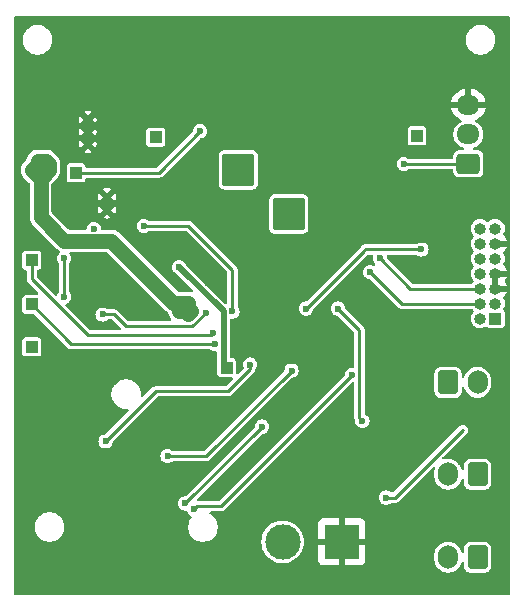
<source format=gbr>
%TF.GenerationSoftware,KiCad,Pcbnew,8.0.2*%
%TF.CreationDate,2024-10-23T20:47:09+03:00*%
%TF.ProjectId,PowerServo AE 36V 3.6A 30D - DEV,506f7765-7253-4657-9276-6f2041452033,rev?*%
%TF.SameCoordinates,Original*%
%TF.FileFunction,Copper,L4,Bot*%
%TF.FilePolarity,Positive*%
%FSLAX46Y46*%
G04 Gerber Fmt 4.6, Leading zero omitted, Abs format (unit mm)*
G04 Created by KiCad (PCBNEW 8.0.2) date 2024-10-23 20:47:09*
%MOMM*%
%LPD*%
G01*
G04 APERTURE LIST*
G04 Aperture macros list*
%AMRoundRect*
0 Rectangle with rounded corners*
0 $1 Rounding radius*
0 $2 $3 $4 $5 $6 $7 $8 $9 X,Y pos of 4 corners*
0 Add a 4 corners polygon primitive as box body*
4,1,4,$2,$3,$4,$5,$6,$7,$8,$9,$2,$3,0*
0 Add four circle primitives for the rounded corners*
1,1,$1+$1,$2,$3*
1,1,$1+$1,$4,$5*
1,1,$1+$1,$6,$7*
1,1,$1+$1,$8,$9*
0 Add four rect primitives between the rounded corners*
20,1,$1+$1,$2,$3,$4,$5,0*
20,1,$1+$1,$4,$5,$6,$7,0*
20,1,$1+$1,$6,$7,$8,$9,0*
20,1,$1+$1,$8,$9,$2,$3,0*%
G04 Aperture macros list end*
%TA.AperFunction,ComponentPad*%
%ADD10RoundRect,0.250000X0.725000X-0.600000X0.725000X0.600000X-0.725000X0.600000X-0.725000X-0.600000X0*%
%TD*%
%TA.AperFunction,ComponentPad*%
%ADD11O,1.950000X1.700000*%
%TD*%
%TA.AperFunction,ComponentPad*%
%ADD12RoundRect,0.250000X0.600000X0.750000X-0.600000X0.750000X-0.600000X-0.750000X0.600000X-0.750000X0*%
%TD*%
%TA.AperFunction,ComponentPad*%
%ADD13O,1.700000X2.000000*%
%TD*%
%TA.AperFunction,ComponentPad*%
%ADD14R,1.000000X1.000000*%
%TD*%
%TA.AperFunction,ComponentPad*%
%ADD15R,3.000000X3.000000*%
%TD*%
%TA.AperFunction,ComponentPad*%
%ADD16C,3.000000*%
%TD*%
%TA.AperFunction,ComponentPad*%
%ADD17RoundRect,0.250000X-1.125000X-1.125000X1.125000X-1.125000X1.125000X1.125000X-1.125000X1.125000X0*%
%TD*%
%TA.AperFunction,ComponentPad*%
%ADD18O,1.000000X1.000000*%
%TD*%
%TA.AperFunction,HeatsinkPad*%
%ADD19C,0.500000*%
%TD*%
%TA.AperFunction,HeatsinkPad*%
%ADD20R,0.500000X1.600000*%
%TD*%
%TA.AperFunction,ComponentPad*%
%ADD21RoundRect,0.250000X-0.600000X-0.750000X0.600000X-0.750000X0.600000X0.750000X-0.600000X0.750000X0*%
%TD*%
%TA.AperFunction,HeatsinkPad*%
%ADD22R,0.500000X2.560000*%
%TD*%
%TA.AperFunction,ViaPad*%
%ADD23C,0.600000*%
%TD*%
%TA.AperFunction,ViaPad*%
%ADD24C,0.450000*%
%TD*%
%TA.AperFunction,Conductor*%
%ADD25C,0.254000*%
%TD*%
%TA.AperFunction,Conductor*%
%ADD26C,1.250000*%
%TD*%
%TA.AperFunction,Conductor*%
%ADD27C,0.500000*%
%TD*%
G04 APERTURE END LIST*
D10*
%TO.P,J8,1,Pin_1*%
%TO.N,+3V3*%
X123975002Y-68000002D03*
D11*
%TO.P,J8,2,Pin_2*%
%TO.N,uC_PWM_IN*%
X123975001Y-65500002D03*
%TO.P,J8,3,Pin_3*%
%TO.N,GND*%
X123975002Y-63000002D03*
%TD*%
D12*
%TO.P,J6,1,Pin_1*%
%TO.N,CAN_H*%
X124749999Y-94275002D03*
D13*
%TO.P,J6,2,Pin_2*%
%TO.N,CAN_L*%
X122249999Y-94275001D03*
%TD*%
D14*
%TO.P,J10,1,Pin_1*%
%TO.N,DRV_IN1*%
X87000000Y-79905000D03*
%TD*%
D15*
%TO.P,J4,1,Pin_1*%
%TO.N,GND*%
X113250000Y-100000000D03*
D16*
%TO.P,J4,2,Pin_2*%
%TO.N,+12V*%
X108250000Y-100000000D03*
%TD*%
D14*
%TO.P,J11,1,Pin_1*%
%TO.N,DRV_IN2*%
X87000000Y-76155000D03*
%TD*%
%TO.P,J17,1,Pin_1*%
%TO.N,+3V3*%
X87000000Y-83500000D03*
%TD*%
D17*
%TO.P,J2,1,Pin_1*%
%TO.N,Net-(IC1-OUT1)*%
X108750000Y-72250000D03*
%TD*%
D14*
%TO.P,J3,1,Pin_1*%
%TO.N,unconnected-(J3-Pin_1-Pad1)*%
X126250000Y-81100001D03*
D18*
%TO.P,J3,2,Pin_2*%
%TO.N,unconnected-(J3-Pin_2-Pad2)*%
X124979999Y-81100001D03*
%TO.P,J3,3,Pin_3*%
%TO.N,+3V3*%
X126250000Y-79830000D03*
%TO.P,J3,4,Pin_4*%
%TO.N,SWDIO*%
X124980002Y-79830003D03*
%TO.P,J3,5,Pin_5*%
%TO.N,GND*%
X126250001Y-78559998D03*
%TO.P,J3,6,Pin_6*%
%TO.N,SWCLK*%
X124979999Y-78560003D03*
%TO.P,J3,7,Pin_7*%
%TO.N,GND*%
X126250000Y-77290002D03*
%TO.P,J3,8,Pin_8*%
%TO.N,unconnected-(J3-Pin_8-Pad8)*%
X124980000Y-77290002D03*
%TO.P,J3,9,Pin_9*%
%TO.N,unconnected-(J3-Pin_9-Pad9)*%
X126250000Y-76020001D03*
%TO.P,J3,10,Pin_10*%
%TO.N,unconnected-(J3-Pin_10-Pad10)*%
X124980001Y-76019999D03*
%TO.P,J3,11,Pin_11*%
%TO.N,GND*%
X126250000Y-74750001D03*
%TO.P,J3,12,Pin_12*%
%TO.N,NRST*%
X124979999Y-74750001D03*
%TO.P,J3,13,Pin_13*%
%TO.N,unconnected-(J3-Pin_13-Pad13)*%
X126250000Y-73480001D03*
%TO.P,J3,14,Pin_14*%
%TO.N,unconnected-(J3-Pin_14-Pad14)*%
X124979999Y-73480000D03*
%TD*%
D14*
%TO.P,J16,1,Pin_1*%
%TO.N,+5V*%
X97500000Y-65750001D03*
%TD*%
%TO.P,J12,1,Pin_1*%
%TO.N,ISEN*%
X103500000Y-85250000D03*
%TD*%
D17*
%TO.P,J7,1,Pin_1*%
%TO.N,Net-(IC1-OUT2)*%
X104500000Y-68500000D03*
%TD*%
D19*
%TO.P,U2,7,PAD*%
%TO.N,GND*%
X93362500Y-70780007D03*
D20*
X93362500Y-71330006D03*
D19*
X93362500Y-71880005D03*
%TD*%
D12*
%TO.P,J1,1,Pin_1*%
%TO.N,CAN_H*%
X124749999Y-101300001D03*
D13*
%TO.P,J1,2,Pin_2*%
%TO.N,CAN_L*%
X122249999Y-101300000D03*
%TD*%
D14*
%TO.P,J13,1,Pin_1*%
%TO.N,+3V3*%
X90750000Y-68750001D03*
%TD*%
D21*
%TO.P,J5,1,Pin_1*%
%TO.N,uC_UART_TX*%
X122250000Y-86500001D03*
D13*
%TO.P,J5,2,Pin_2*%
%TO.N,uC_UART_RX*%
X124750000Y-86500001D03*
%TD*%
D19*
%TO.P,U1,11,GND*%
%TO.N,GND*%
X91749998Y-65280002D03*
D22*
X91749998Y-65280002D03*
D19*
X91749999Y-64250001D03*
X91749999Y-66310001D03*
%TD*%
D14*
%TO.P,J9,1,Pin_1*%
%TO.N,uC_PWM_IN*%
X119625000Y-65625001D03*
%TD*%
D23*
%TO.N,GND*%
X126100000Y-64800000D03*
X90900000Y-60800000D03*
X94900000Y-56800000D03*
X86900000Y-90400000D03*
X126100000Y-61600000D03*
X87700000Y-93600000D03*
X120500000Y-73600000D03*
X93300000Y-56800000D03*
X92500000Y-69600000D03*
X100500000Y-101600000D03*
X87700000Y-60000000D03*
X102100000Y-102400000D03*
X110100000Y-66400000D03*
X123700000Y-82400000D03*
X122900000Y-72000000D03*
X117300000Y-62400000D03*
X117300000Y-102400000D03*
X103700000Y-59200000D03*
X118100000Y-88800000D03*
X110100000Y-77600000D03*
X102100000Y-60000000D03*
X86100000Y-70400000D03*
X125300000Y-84800000D03*
X90100000Y-92000000D03*
X126900000Y-70400000D03*
X106900000Y-62400000D03*
X89300000Y-90400000D03*
X107700000Y-79200000D03*
X92500000Y-59200000D03*
X119700000Y-102400000D03*
X118100000Y-57600000D03*
X114900000Y-67200000D03*
X118900000Y-76800000D03*
X115700000Y-86400000D03*
X110900000Y-82400000D03*
X100500000Y-102400000D03*
X96500000Y-85600000D03*
X109300000Y-58400000D03*
X126900000Y-68000000D03*
X94250000Y-78000000D03*
X95700000Y-85600000D03*
X97300000Y-89600000D03*
X114900000Y-96800000D03*
X120500000Y-90400000D03*
X92500000Y-60000000D03*
X86900000Y-64800000D03*
X122900000Y-76000000D03*
X86900000Y-89600000D03*
X106900000Y-63200000D03*
X114900000Y-58400000D03*
X90100000Y-88800000D03*
X86100000Y-97600000D03*
X118100000Y-70400000D03*
X94250000Y-76750000D03*
X102900000Y-61600000D03*
X120500000Y-71200000D03*
X94750000Y-78750000D03*
X88500000Y-76000000D03*
X93300000Y-102400000D03*
X94100000Y-60000000D03*
X91700000Y-90400000D03*
X108500000Y-62400000D03*
X96500000Y-103200000D03*
X118100000Y-58400000D03*
X104500000Y-58400000D03*
X112500000Y-67200000D03*
X98100000Y-61600000D03*
X86900000Y-59200000D03*
X111700000Y-74400000D03*
X118100000Y-99200000D03*
X98900000Y-62400000D03*
X117300000Y-70400000D03*
X94100000Y-98400000D03*
X112500000Y-61600000D03*
X117300000Y-59200000D03*
X122100000Y-71200000D03*
X122900000Y-69600000D03*
X92500000Y-63200000D03*
X100500000Y-56800000D03*
X99700000Y-60000000D03*
X117300000Y-72800000D03*
X87700000Y-92800000D03*
X105300000Y-60000000D03*
X114900000Y-103200000D03*
X126100000Y-60000000D03*
X111700000Y-70400000D03*
X110100000Y-61600000D03*
X95873000Y-71306645D03*
X97300000Y-67200000D03*
X109300000Y-67200000D03*
X94100000Y-100800000D03*
X106100000Y-56800000D03*
X123700000Y-70400000D03*
X111700000Y-64000000D03*
X90100000Y-97600000D03*
X86100000Y-96000000D03*
X88500000Y-59200000D03*
X86900000Y-87200000D03*
X102100000Y-62400000D03*
X103000000Y-78000000D03*
X120500000Y-99200000D03*
X115700000Y-59200000D03*
X86100000Y-72000000D03*
X120500000Y-67200000D03*
X118100000Y-63200000D03*
X115700000Y-69600000D03*
X109300000Y-66400000D03*
X115700000Y-97600000D03*
X121300000Y-88800000D03*
X107700000Y-82400000D03*
X118900000Y-64000000D03*
X92500000Y-102400000D03*
X115700000Y-73600000D03*
X92500000Y-57600000D03*
X120500000Y-88800000D03*
X96500000Y-91200000D03*
X93300000Y-61600000D03*
X116500000Y-58400000D03*
X114100000Y-58400000D03*
X99700000Y-69600000D03*
X117300000Y-58400000D03*
X121300000Y-60000000D03*
X120500000Y-70400000D03*
X122100000Y-72000000D03*
X122100000Y-63200000D03*
X94900000Y-62400000D03*
X101300000Y-102400000D03*
X94100000Y-85600000D03*
X116500000Y-87200000D03*
X98100000Y-96000000D03*
X117300000Y-101600000D03*
X106100000Y-59200000D03*
X114900000Y-57600000D03*
X93300000Y-63200000D03*
X119700000Y-98400000D03*
X88500000Y-103200000D03*
X86900000Y-95200000D03*
X110100000Y-60800000D03*
X110900000Y-59200000D03*
X116500000Y-86400000D03*
X91700000Y-91200000D03*
X103700000Y-56800000D03*
X90100000Y-100800000D03*
X115700000Y-64000000D03*
X108500000Y-78400000D03*
X110900000Y-60800000D03*
X91700000Y-102400000D03*
X123700000Y-72000000D03*
X90100000Y-96000000D03*
X99700000Y-60800000D03*
X112500000Y-69600000D03*
X98100000Y-95200000D03*
X118100000Y-64000000D03*
X99700000Y-62400000D03*
X88500000Y-92800000D03*
X95700000Y-100800000D03*
X86900000Y-74400000D03*
X94900000Y-61600000D03*
X86100000Y-87200000D03*
X114900000Y-56800000D03*
X89300000Y-88800000D03*
X114100000Y-61600000D03*
X126900000Y-59200000D03*
X120500000Y-100000000D03*
X118100000Y-60000000D03*
X116500000Y-60000000D03*
X104500000Y-63200000D03*
X106100000Y-60000000D03*
X126900000Y-103200000D03*
X86100000Y-59200000D03*
X89300000Y-92800000D03*
X90900000Y-59200000D03*
X115700000Y-70400000D03*
X126900000Y-69600000D03*
X114900000Y-60000000D03*
X118900000Y-86400000D03*
X89300000Y-64000000D03*
X117300000Y-64000000D03*
X111700000Y-72800000D03*
X108500000Y-68000000D03*
X106100000Y-60800000D03*
X125300000Y-92000000D03*
X126100000Y-83200000D03*
X89300000Y-102400000D03*
X114900000Y-70400000D03*
X118900000Y-100000000D03*
X126900000Y-102400000D03*
X126900000Y-100800000D03*
X92500000Y-84000000D03*
X94100000Y-102400000D03*
X102900000Y-58400000D03*
X98900000Y-94400000D03*
X100500000Y-63200000D03*
X125300000Y-61600000D03*
X92500000Y-97600000D03*
X87700000Y-88000000D03*
X108500000Y-58400000D03*
X110900000Y-74400000D03*
X89300000Y-91200000D03*
X113300000Y-96000000D03*
X98900000Y-59200000D03*
X109300000Y-82400000D03*
X108500000Y-68800000D03*
X90100000Y-84800000D03*
X98900000Y-60800000D03*
X86900000Y-91200000D03*
X122100000Y-69600000D03*
X113300000Y-102400000D03*
X122100000Y-62400000D03*
X98900000Y-101600000D03*
X121300000Y-64000000D03*
X95750000Y-80000000D03*
X86100000Y-72800000D03*
X118100000Y-69600000D03*
X112500000Y-60000000D03*
X114100000Y-70400000D03*
X122100000Y-68800000D03*
X93300000Y-103200000D03*
X115700000Y-72800000D03*
X116500000Y-97600000D03*
X114100000Y-64000000D03*
X118900000Y-100800000D03*
X119700000Y-99200000D03*
X100500000Y-60800000D03*
X124500000Y-59200000D03*
X106900000Y-57600000D03*
X117300000Y-56800000D03*
X91700000Y-101600000D03*
X114100000Y-96800000D03*
X116500000Y-103200000D03*
X86900000Y-60800000D03*
X117300000Y-100800000D03*
X92500000Y-56800000D03*
X122100000Y-59200000D03*
X92500000Y-100800000D03*
X88500000Y-90400000D03*
X113300000Y-64000000D03*
X86100000Y-93600000D03*
X93300000Y-58400000D03*
X112500000Y-58400000D03*
X95700000Y-100000000D03*
X90100000Y-103200000D03*
X118100000Y-101600000D03*
X116500000Y-69600000D03*
X90900000Y-102400000D03*
X94900000Y-100000000D03*
X119700000Y-77600000D03*
X101300000Y-64000000D03*
X90900000Y-97600000D03*
X89300000Y-88000000D03*
X95700000Y-63200000D03*
X92500000Y-62400000D03*
X111700000Y-57600000D03*
X105300000Y-87200000D03*
X123700000Y-96800000D03*
X99700000Y-68800000D03*
X97300000Y-100000000D03*
X98100000Y-72000000D03*
X99700000Y-100000000D03*
X98100000Y-62400000D03*
X99700000Y-63200000D03*
X100500000Y-64000000D03*
X94100000Y-59200000D03*
X107700000Y-61600000D03*
X123700000Y-103200000D03*
X126100000Y-82400000D03*
X90900000Y-91200000D03*
X123700000Y-88000000D03*
X110900000Y-66400000D03*
X114100000Y-60800000D03*
X86100000Y-98400000D03*
X113300000Y-60000000D03*
X105300000Y-64000000D03*
X99700000Y-64800000D03*
X118100000Y-62400000D03*
X122900000Y-72800000D03*
X105300000Y-56800000D03*
X116500000Y-56800000D03*
X110100000Y-68000000D03*
X109300000Y-77600000D03*
X123700000Y-71200000D03*
X103700000Y-58400000D03*
X91700000Y-95200000D03*
X121300000Y-80800000D03*
X114100000Y-74400000D03*
X120500000Y-62400000D03*
X96500000Y-57600000D03*
X91700000Y-100000000D03*
X126900000Y-60800000D03*
X91700000Y-92800000D03*
X91700000Y-60000000D03*
X126100000Y-63200000D03*
X126900000Y-91200000D03*
X109300000Y-60000000D03*
X90900000Y-60000000D03*
X109300000Y-59200000D03*
X87700000Y-91200000D03*
X90100000Y-62400000D03*
X103700000Y-62400000D03*
X110900000Y-61600000D03*
X119700000Y-90400000D03*
X97300000Y-56800000D03*
X118900000Y-62400000D03*
X110900000Y-56800000D03*
X86100000Y-86400000D03*
X114100000Y-69600000D03*
X86100000Y-64800000D03*
X98900000Y-102400000D03*
X118900000Y-57600000D03*
X88500000Y-96800000D03*
X92500000Y-84800000D03*
X112500000Y-81600000D03*
X98100000Y-103200000D03*
X101300000Y-62400000D03*
X101300000Y-57600000D03*
X118900000Y-88000000D03*
X112500000Y-68800000D03*
X95750000Y-78750000D03*
X97300000Y-71200000D03*
X90900000Y-58400000D03*
X90100000Y-61600000D03*
X126900000Y-89600000D03*
X111700000Y-102400000D03*
X126900000Y-92800000D03*
X111700000Y-103200000D03*
X101300000Y-56800000D03*
X96500000Y-63200000D03*
X126100000Y-89600000D03*
X95700000Y-56800000D03*
X119700000Y-59200000D03*
X86100000Y-60000000D03*
X126100000Y-65600000D03*
X111700000Y-80800000D03*
X110100000Y-56800000D03*
X98100000Y-70400000D03*
X108500000Y-61600000D03*
X126900000Y-61600000D03*
X117300000Y-73600000D03*
X91700000Y-94400000D03*
X118900000Y-99200000D03*
X106900000Y-60000000D03*
X111700000Y-66400000D03*
X126100000Y-99200000D03*
X116500000Y-72000000D03*
X118900000Y-97600000D03*
X108500000Y-77600000D03*
X99700000Y-100800000D03*
X97300000Y-91200000D03*
X121300000Y-98400000D03*
X115700000Y-68000000D03*
X99700000Y-58400000D03*
X91700000Y-97600000D03*
X117300000Y-57600000D03*
X111700000Y-82400000D03*
X124500000Y-84000000D03*
X126900000Y-99200000D03*
X110900000Y-68000000D03*
X118100000Y-86400000D03*
X115700000Y-101600000D03*
X93300000Y-84800000D03*
X112500000Y-72000000D03*
X120500000Y-89600000D03*
X122900000Y-71200000D03*
X96500000Y-64000000D03*
X89300000Y-103200000D03*
X94100000Y-61600000D03*
X94750000Y-77250000D03*
X121300000Y-68800000D03*
X99700000Y-99200000D03*
X116500000Y-89600000D03*
X93300000Y-100000000D03*
X107700000Y-77600000D03*
X96500000Y-62400000D03*
X114900000Y-72800000D03*
X119700000Y-58400000D03*
X114100000Y-97600000D03*
X122100000Y-90400000D03*
X118100000Y-85600000D03*
X86100000Y-77600000D03*
X112500000Y-56800000D03*
X114900000Y-64000000D03*
X114100000Y-59200000D03*
X86900000Y-85600000D03*
X108500000Y-80000000D03*
X99700000Y-59200000D03*
X106900000Y-60800000D03*
X118100000Y-100800000D03*
X93300000Y-84000000D03*
X122100000Y-58400000D03*
X86900000Y-100800000D03*
X124500000Y-71200000D03*
X109300000Y-68000000D03*
X118100000Y-97600000D03*
X100500000Y-100800000D03*
X112500000Y-103200000D03*
X107700000Y-64000000D03*
X126100000Y-62400000D03*
X120500000Y-76800000D03*
X117300000Y-88800000D03*
X99700000Y-103200000D03*
X117300000Y-64800000D03*
X117300000Y-89600000D03*
X97300000Y-99200000D03*
X115700000Y-61600000D03*
X118900000Y-103200000D03*
X94100000Y-99200000D03*
X125300000Y-83200000D03*
X89300000Y-93600000D03*
X126900000Y-101600000D03*
X118900000Y-61600000D03*
X114100000Y-68800000D03*
X89300000Y-84000000D03*
X126900000Y-63200000D03*
X94900000Y-58400000D03*
X90100000Y-100000000D03*
X86100000Y-73600000D03*
X90900000Y-95200000D03*
X118100000Y-71200000D03*
X126900000Y-62400000D03*
X117300000Y-60000000D03*
X115700000Y-74400000D03*
X110100000Y-58400000D03*
X104500000Y-103200000D03*
X106900000Y-59200000D03*
X118900000Y-56800000D03*
X114900000Y-69600000D03*
X93300000Y-60800000D03*
X103700000Y-60800000D03*
X121300000Y-69600000D03*
X92500000Y-103200000D03*
X91700000Y-96000000D03*
X90900000Y-96800000D03*
X91700000Y-56800000D03*
X86900000Y-94400000D03*
X110900000Y-81600000D03*
X121300000Y-76800000D03*
X113300000Y-57600000D03*
X112500000Y-71200000D03*
X94900000Y-85600000D03*
X89300000Y-70400000D03*
X108500000Y-63200000D03*
X90900000Y-98400000D03*
X118900000Y-63200000D03*
X111700000Y-73600000D03*
X112500000Y-60800000D03*
X98100000Y-60000000D03*
X122900000Y-88800000D03*
X118900000Y-98400000D03*
X103700000Y-102400000D03*
X126900000Y-56800000D03*
X86900000Y-62400000D03*
X97300000Y-102400000D03*
X90100000Y-58400000D03*
X86100000Y-62400000D03*
X88500000Y-60800000D03*
X93300000Y-96800000D03*
X92500000Y-100000000D03*
X122900000Y-70400000D03*
X117300000Y-69600000D03*
X89300000Y-58400000D03*
X98900000Y-64000000D03*
X110100000Y-60000000D03*
X118100000Y-60800000D03*
X87700000Y-61600000D03*
X87700000Y-100800000D03*
X94900000Y-100800000D03*
X123700000Y-99200000D03*
X88500000Y-93600000D03*
X122900000Y-56800000D03*
X87700000Y-96800000D03*
X123700000Y-80800000D03*
X114100000Y-68000000D03*
X109300000Y-78400000D03*
X112500000Y-70400000D03*
X119700000Y-62400000D03*
X98100000Y-56800000D03*
X86100000Y-88800000D03*
X124500000Y-82400000D03*
X89300000Y-63200000D03*
X122100000Y-64800000D03*
X120500000Y-68800000D03*
X105300000Y-58400000D03*
X102100000Y-101600000D03*
X96500000Y-60800000D03*
X86900000Y-61600000D03*
X86100000Y-88000000D03*
X119700000Y-85600000D03*
X122900000Y-77600000D03*
X125300000Y-91200000D03*
X108500000Y-60800000D03*
X119700000Y-92800000D03*
X86100000Y-102400000D03*
X120500000Y-58400000D03*
X94900000Y-60000000D03*
X124500000Y-60000000D03*
X114900000Y-63200000D03*
X114900000Y-60800000D03*
X87700000Y-96000000D03*
X111700000Y-61600000D03*
X97300000Y-60800000D03*
X86900000Y-88000000D03*
X86900000Y-60000000D03*
X94100000Y-101600000D03*
X107700000Y-59200000D03*
X116500000Y-101600000D03*
X89300000Y-92000000D03*
X119700000Y-100800000D03*
X87700000Y-60800000D03*
X90900000Y-92800000D03*
X98900000Y-64800000D03*
X121300000Y-58400000D03*
X126100000Y-67200000D03*
X87700000Y-86400000D03*
X113300000Y-59200000D03*
X89300000Y-96800000D03*
X111700000Y-68800000D03*
X96500000Y-68000000D03*
X104500000Y-60000000D03*
X122100000Y-80800000D03*
X117300000Y-100000000D03*
X86100000Y-96800000D03*
X98900000Y-65600000D03*
X90100000Y-92800000D03*
X117300000Y-86400000D03*
X113300000Y-72000000D03*
X108500000Y-59200000D03*
X101300000Y-100800000D03*
X123700000Y-76800000D03*
X113300000Y-96800000D03*
X120500000Y-59200000D03*
X88500000Y-95200000D03*
X122900000Y-60000000D03*
X93300000Y-68000000D03*
X86900000Y-96000000D03*
X97300000Y-100800000D03*
X125300000Y-60000000D03*
X126900000Y-100000000D03*
X105300000Y-59200000D03*
X117300000Y-83200000D03*
X120500000Y-57600000D03*
X91700000Y-58400000D03*
X114100000Y-102400000D03*
X126900000Y-58400000D03*
X126900000Y-92000000D03*
X116500000Y-72800000D03*
X124500000Y-72000000D03*
X89300000Y-95200000D03*
X91700000Y-93600000D03*
X126100000Y-98400000D03*
X126100000Y-66400000D03*
X118900000Y-102400000D03*
X99700000Y-102400000D03*
X102100000Y-61600000D03*
X96500000Y-99200000D03*
X121300000Y-72800000D03*
X108500000Y-82400000D03*
X115700000Y-100000000D03*
X90900000Y-94400000D03*
X86100000Y-92000000D03*
X91700000Y-84800000D03*
X120500000Y-86400000D03*
X126900000Y-98400000D03*
X101300000Y-103200000D03*
X104500000Y-60800000D03*
X116500000Y-60800000D03*
X110900000Y-64000000D03*
X96500000Y-100000000D03*
X120500000Y-88000000D03*
X86100000Y-63200000D03*
X109300000Y-61600000D03*
X122100000Y-81600000D03*
X113300000Y-61600000D03*
X86100000Y-100800000D03*
X88500000Y-102400000D03*
X121300000Y-67200000D03*
X106100000Y-57600000D03*
X120500000Y-63200000D03*
X95700000Y-101600000D03*
X123700000Y-77600000D03*
X86100000Y-60800000D03*
X112500000Y-102400000D03*
X126900000Y-95200000D03*
X102100000Y-100800000D03*
X115700000Y-56800000D03*
X102100000Y-57600000D03*
X111700000Y-59200000D03*
X120500000Y-101600000D03*
X108500000Y-56800000D03*
X90900000Y-62400000D03*
X88500000Y-101600000D03*
X109300000Y-60800000D03*
X110900000Y-57600000D03*
X88500000Y-100800000D03*
X122100000Y-64000000D03*
X106900000Y-56800000D03*
X97300000Y-59200000D03*
X116500000Y-102400000D03*
X90900000Y-61600000D03*
X126100000Y-96800000D03*
X108500000Y-67200000D03*
X98900000Y-60000000D03*
X95700000Y-60000000D03*
X95700000Y-103200000D03*
X94900000Y-101600000D03*
X118900000Y-58400000D03*
X116500000Y-98400000D03*
X116500000Y-70400000D03*
X120500000Y-64000000D03*
X113300000Y-71200000D03*
X91700000Y-63200000D03*
X122100000Y-70400000D03*
X113300000Y-69600000D03*
X104500000Y-61600000D03*
X97300000Y-70400000D03*
X86100000Y-100000000D03*
X100500000Y-58400000D03*
X119700000Y-87200000D03*
X121300000Y-70400000D03*
X112500000Y-59200000D03*
X113300000Y-70400000D03*
X91700000Y-60800000D03*
X110100000Y-82400000D03*
X122900000Y-58400000D03*
X115700000Y-72000000D03*
X102100000Y-63200000D03*
X86100000Y-90400000D03*
X119700000Y-76800000D03*
X126100000Y-97600000D03*
X122100000Y-88800000D03*
X110900000Y-63200000D03*
X100500000Y-103200000D03*
X124500000Y-91200000D03*
X111700000Y-60000000D03*
X120500000Y-61600000D03*
X115700000Y-98400000D03*
X93300000Y-101600000D03*
X120500000Y-69600000D03*
X123700000Y-88800000D03*
X97300000Y-103200000D03*
X98900000Y-99200000D03*
X90100000Y-60000000D03*
X126900000Y-64000000D03*
X126900000Y-94400000D03*
X114100000Y-60000000D03*
X93300000Y-97600000D03*
X111700000Y-60800000D03*
X93300000Y-85600000D03*
X117300000Y-99200000D03*
X94750000Y-80000000D03*
X91700000Y-100800000D03*
X102100000Y-56800000D03*
X120500000Y-100800000D03*
X113300000Y-103200000D03*
X126100000Y-91200000D03*
X121300000Y-64800000D03*
X118100000Y-88000000D03*
X95250000Y-79250000D03*
X119700000Y-89600000D03*
X92500000Y-58400000D03*
X123700000Y-76000000D03*
X91700000Y-85600000D03*
X117300000Y-88000000D03*
X122100000Y-72800000D03*
X109300000Y-56800000D03*
X102900000Y-57600000D03*
X94900000Y-60800000D03*
X120500000Y-102400000D03*
X110100000Y-68800000D03*
X92500000Y-86400000D03*
X117300000Y-60800000D03*
X118100000Y-98400000D03*
X107700000Y-78400000D03*
X90900000Y-92000000D03*
X114900000Y-73600000D03*
X122900000Y-57600000D03*
X114900000Y-59200000D03*
X98900000Y-100000000D03*
X106100000Y-58400000D03*
X120500000Y-87200000D03*
X97300000Y-58400000D03*
X102100000Y-60800000D03*
X105300000Y-60800000D03*
X94100000Y-103200000D03*
X102100000Y-59200000D03*
X116500000Y-64800000D03*
X92500000Y-99200000D03*
X115700000Y-68800000D03*
X106900000Y-64000000D03*
X97300000Y-90400000D03*
X97300000Y-64000000D03*
X87700000Y-59200000D03*
X119700000Y-60000000D03*
X87700000Y-94400000D03*
X86900000Y-92000000D03*
X118100000Y-72800000D03*
X113300000Y-95200000D03*
X113300000Y-68000000D03*
X88500000Y-62400000D03*
X90900000Y-56800000D03*
X118900000Y-60000000D03*
X114100000Y-63200000D03*
X120500000Y-60800000D03*
X108500000Y-57600000D03*
X126900000Y-57600000D03*
X111700000Y-68000000D03*
X103700000Y-61600000D03*
X104500000Y-64000000D03*
X122900000Y-76800000D03*
X126100000Y-68000000D03*
X103700000Y-64000000D03*
X122100000Y-89600000D03*
X118100000Y-84800000D03*
X94100000Y-68000000D03*
X121300000Y-77600000D03*
X93300000Y-60000000D03*
X90100000Y-89600000D03*
X87700000Y-88800000D03*
X114100000Y-57600000D03*
X108500000Y-79200000D03*
X94900000Y-102400000D03*
X98900000Y-61600000D03*
X86900000Y-101600000D03*
X125300000Y-90400000D03*
X91700000Y-57600000D03*
X111700000Y-97600000D03*
X120500000Y-77600000D03*
X121300000Y-60800000D03*
X86100000Y-94400000D03*
X94900000Y-63200000D03*
X88500000Y-92000000D03*
X93300000Y-62400000D03*
X112500000Y-66400000D03*
X122100000Y-56800000D03*
X126900000Y-93600000D03*
X119700000Y-64000000D03*
X101300000Y-63200000D03*
X97300000Y-69600000D03*
X98100000Y-69600000D03*
X94100000Y-58400000D03*
X89300000Y-101600000D03*
X111700000Y-62400000D03*
X87700000Y-87200000D03*
X88500000Y-88000000D03*
X86900000Y-102400000D03*
X95700000Y-60800000D03*
X114900000Y-68800000D03*
X126100000Y-64000000D03*
X87700000Y-89600000D03*
X120500000Y-60000000D03*
X120500000Y-56800000D03*
X113300000Y-63200000D03*
X103700000Y-103200000D03*
X109300000Y-57600000D03*
X113300000Y-56800000D03*
X118100000Y-87200000D03*
X86100000Y-92800000D03*
X117300000Y-84000000D03*
X116500000Y-68800000D03*
X115700000Y-62400000D03*
X122100000Y-57600000D03*
X105300000Y-57600000D03*
X94900000Y-57600000D03*
X86100000Y-95200000D03*
X98100000Y-58400000D03*
X111700000Y-96800000D03*
X90900000Y-100800000D03*
X101300000Y-61600000D03*
X105300000Y-62400000D03*
X98900000Y-103200000D03*
X87700000Y-102400000D03*
X123700000Y-60000000D03*
X96500000Y-61600000D03*
X116500000Y-84000000D03*
X110100000Y-62400000D03*
X117300000Y-87200000D03*
X110900000Y-68800000D03*
X86900000Y-81600000D03*
X119700000Y-61600000D03*
X122100000Y-60800000D03*
X122900000Y-59200000D03*
X115700000Y-100800000D03*
X98100000Y-63200000D03*
X94900000Y-99200000D03*
X88500000Y-89600000D03*
X86900000Y-103200000D03*
X86100000Y-91200000D03*
X96500000Y-84800000D03*
X102900000Y-64000000D03*
X125300000Y-103200000D03*
X122900000Y-81600000D03*
X112500000Y-64000000D03*
X86100000Y-65600000D03*
X93300000Y-98400000D03*
X107700000Y-60800000D03*
X98900000Y-95200000D03*
X121300000Y-62400000D03*
X119700000Y-88000000D03*
X116500000Y-100800000D03*
X88500000Y-91200000D03*
X116500000Y-57600000D03*
X121300000Y-99200000D03*
X89300000Y-62400000D03*
X122100000Y-76800000D03*
X90100000Y-93600000D03*
X126100000Y-59200000D03*
X120500000Y-72000000D03*
X96500000Y-102400000D03*
X118100000Y-59200000D03*
X110900000Y-62400000D03*
X114900000Y-62400000D03*
X106100000Y-63200000D03*
X126900000Y-97600000D03*
X107700000Y-62400000D03*
X100500000Y-61600000D03*
X121300000Y-76000000D03*
X90100000Y-84000000D03*
X117300000Y-63200000D03*
X90900000Y-57600000D03*
X126900000Y-66400000D03*
X107700000Y-57600000D03*
X118900000Y-85600000D03*
X98100000Y-57600000D03*
X98900000Y-100800000D03*
X126100000Y-68800000D03*
X87700000Y-64800000D03*
X123700000Y-81600000D03*
X90900000Y-103200000D03*
X86100000Y-78400000D03*
X118100000Y-103200000D03*
X122100000Y-76000000D03*
X96500000Y-60000000D03*
X111700000Y-67200000D03*
X115700000Y-63200000D03*
X100500000Y-57600000D03*
X88500000Y-88800000D03*
X122900000Y-61600000D03*
X118100000Y-72000000D03*
X94100000Y-63200000D03*
X123700000Y-59200000D03*
X122900000Y-103200000D03*
X113300000Y-66400000D03*
X126100000Y-92000000D03*
X116500000Y-90400000D03*
X104500000Y-62400000D03*
X114900000Y-71200000D03*
X118100000Y-56800000D03*
X98100000Y-99200000D03*
X118900000Y-60800000D03*
X114100000Y-72000000D03*
X88500000Y-87200000D03*
X92500000Y-101600000D03*
X86900000Y-86400000D03*
X97300000Y-101600000D03*
X99700000Y-101600000D03*
X116500000Y-88800000D03*
X86100000Y-66400000D03*
X102100000Y-58400000D03*
X112500000Y-96000000D03*
X94100000Y-62400000D03*
X97300000Y-60000000D03*
X112500000Y-97600000D03*
X126900000Y-67200000D03*
X118100000Y-102400000D03*
X114100000Y-73600000D03*
X116500000Y-63200000D03*
X102900000Y-103200000D03*
X86900000Y-88800000D03*
X91700000Y-99200000D03*
X116500000Y-61600000D03*
X88500000Y-96000000D03*
X110900000Y-58400000D03*
X114100000Y-103200000D03*
X117300000Y-97600000D03*
X118100000Y-64800000D03*
X86900000Y-97600000D03*
X113300000Y-62400000D03*
X102100000Y-103200000D03*
X96500000Y-101600000D03*
X126900000Y-96000000D03*
X119700000Y-57600000D03*
X115700000Y-57600000D03*
X118900000Y-87200000D03*
X94100000Y-69600000D03*
X103700000Y-57600000D03*
X101905331Y-78094669D03*
X90100000Y-57600000D03*
X112500000Y-57600000D03*
X98100000Y-100800000D03*
X98100000Y-71200000D03*
X111700000Y-69600000D03*
X113300000Y-60800000D03*
X117300000Y-84800000D03*
X115700000Y-87200000D03*
X101300000Y-101600000D03*
X102900000Y-56800000D03*
X93300000Y-69600000D03*
X117300000Y-72000000D03*
X90900000Y-93600000D03*
X112500000Y-82400000D03*
X118100000Y-65600000D03*
X102900000Y-59200000D03*
X102900000Y-100800000D03*
X123700000Y-73600000D03*
X114100000Y-62400000D03*
X120500000Y-103200000D03*
X123700000Y-96000000D03*
X97300000Y-63200000D03*
X99700000Y-61600000D03*
X90900000Y-63200000D03*
X107700000Y-63200000D03*
X125300000Y-60800000D03*
X98900000Y-69600000D03*
X118100000Y-73600000D03*
X119700000Y-63200000D03*
X116500000Y-64000000D03*
X122100000Y-77600000D03*
X118100000Y-89600000D03*
X110100000Y-59200000D03*
X92500000Y-61600000D03*
X93300000Y-59200000D03*
X112500000Y-63200000D03*
X125300000Y-82400000D03*
X90900000Y-96000000D03*
X106100000Y-61600000D03*
X111700000Y-63200000D03*
X122100000Y-103200000D03*
X91700000Y-86400000D03*
X101300000Y-59200000D03*
X100500000Y-59200000D03*
X93300000Y-100800000D03*
X117300000Y-103200000D03*
X94100000Y-56800000D03*
X104500000Y-59200000D03*
X90900000Y-101600000D03*
X90100000Y-101600000D03*
X114900000Y-61600000D03*
X86100000Y-99200000D03*
X121300000Y-63200000D03*
X86100000Y-89600000D03*
X89300000Y-61600000D03*
X107700000Y-80000000D03*
X116500000Y-82400000D03*
X107700000Y-60000000D03*
X90900000Y-89600000D03*
X95700000Y-59200000D03*
X90100000Y-56800000D03*
X122100000Y-67200000D03*
X93300000Y-99200000D03*
X100500000Y-60000000D03*
X119700000Y-86400000D03*
X87700000Y-92000000D03*
X125300000Y-72000000D03*
X90100000Y-59200000D03*
X114100000Y-67200000D03*
X100500000Y-62400000D03*
X124500000Y-92000000D03*
X114900000Y-97600000D03*
X110100000Y-78400000D03*
X96500000Y-56800000D03*
X116500000Y-74400000D03*
X91700000Y-62400000D03*
X110100000Y-64000000D03*
X122900000Y-80800000D03*
X92500000Y-96800000D03*
X103700000Y-60000000D03*
X115700000Y-103200000D03*
X126100000Y-60800000D03*
X126900000Y-68800000D03*
X86900000Y-100000000D03*
X114100000Y-72800000D03*
X96500000Y-90400000D03*
X116500000Y-100000000D03*
X97300000Y-61600000D03*
X86100000Y-61600000D03*
X86900000Y-92800000D03*
X89300000Y-59200000D03*
X94100000Y-60800000D03*
X91700000Y-61600000D03*
X119700000Y-60800000D03*
X108500000Y-60000000D03*
X90100000Y-91200000D03*
X86100000Y-64000000D03*
X126100000Y-69600000D03*
X98900000Y-58400000D03*
X126900000Y-64800000D03*
X86100000Y-81600000D03*
X92500000Y-98400000D03*
X111700000Y-71200000D03*
X118900000Y-89600000D03*
X114100000Y-66400000D03*
X96500000Y-67200000D03*
X95700000Y-102400000D03*
X98900000Y-57600000D03*
X116500000Y-83200000D03*
X114900000Y-72000000D03*
X90100000Y-94400000D03*
X91700000Y-103200000D03*
X95700000Y-61600000D03*
X101300000Y-58400000D03*
X117300000Y-61600000D03*
X86100000Y-71200000D03*
X123700000Y-72800000D03*
X86100000Y-85600000D03*
X98100000Y-60800000D03*
X92500000Y-60800000D03*
X95700000Y-62400000D03*
X115700000Y-88000000D03*
X99700000Y-57600000D03*
X90100000Y-96800000D03*
X88500000Y-60000000D03*
X103700000Y-63200000D03*
X96500000Y-100800000D03*
X121300000Y-66400000D03*
X115700000Y-71200000D03*
X90900000Y-100000000D03*
X124500000Y-83200000D03*
X102900000Y-60800000D03*
X89300000Y-60000000D03*
X109300000Y-63200000D03*
X116500000Y-85600000D03*
X97300000Y-62400000D03*
X88500000Y-61600000D03*
X111700000Y-56800000D03*
X92500000Y-87200000D03*
X93300000Y-86400000D03*
X121300000Y-59200000D03*
X121300000Y-57600000D03*
X102900000Y-102400000D03*
X101300000Y-60000000D03*
X126100000Y-84800000D03*
X112500000Y-62400000D03*
X91700000Y-96800000D03*
X126900000Y-60000000D03*
X86100000Y-101600000D03*
X87700000Y-101600000D03*
X110900000Y-60000000D03*
X102900000Y-62400000D03*
X102900000Y-63200000D03*
X116500000Y-99200000D03*
X104500000Y-57600000D03*
X96500000Y-58400000D03*
X111700000Y-72000000D03*
X126100000Y-96000000D03*
X102900000Y-101600000D03*
X122900000Y-82400000D03*
X122900000Y-60800000D03*
X98100000Y-64000000D03*
X118100000Y-61600000D03*
X96250000Y-79250000D03*
X98100000Y-100000000D03*
X95700000Y-57600000D03*
X106900000Y-61600000D03*
X86100000Y-103200000D03*
X96500000Y-59200000D03*
X98900000Y-56800000D03*
X110100000Y-67200000D03*
X122100000Y-60000000D03*
X116500000Y-84800000D03*
X90500000Y-72250000D03*
X90100000Y-90400000D03*
X116500000Y-62400000D03*
X107700000Y-58400000D03*
X117300000Y-98400000D03*
X101300000Y-60800000D03*
X110100000Y-63200000D03*
X124500000Y-60800000D03*
X118900000Y-88800000D03*
X113300000Y-97600000D03*
X119700000Y-56800000D03*
X113300000Y-67200000D03*
X94900000Y-59200000D03*
X95700000Y-58400000D03*
X118900000Y-96800000D03*
X125300000Y-84000000D03*
X87700000Y-95200000D03*
X97300000Y-57600000D03*
X94250000Y-79250000D03*
X122100000Y-61600000D03*
X87700000Y-62400000D03*
X117300000Y-65600000D03*
X89300000Y-57600000D03*
X114900000Y-74400000D03*
X103700000Y-101600000D03*
X118900000Y-101600000D03*
X89300000Y-96000000D03*
X114100000Y-71200000D03*
X109300000Y-68800000D03*
X90100000Y-102400000D03*
X126900000Y-90400000D03*
X91700000Y-84000000D03*
X116500000Y-88000000D03*
X126100000Y-90400000D03*
X121300000Y-89600000D03*
X106100000Y-64000000D03*
X121300000Y-56800000D03*
X123700000Y-97600000D03*
X115700000Y-60800000D03*
X115700000Y-99200000D03*
X125300000Y-59200000D03*
X112500000Y-96800000D03*
X95700000Y-99200000D03*
X110100000Y-57600000D03*
X91700000Y-59200000D03*
X115700000Y-58400000D03*
X90100000Y-95200000D03*
X94100000Y-100000000D03*
X96500000Y-69600000D03*
X98100000Y-102400000D03*
X105300000Y-61600000D03*
X126900000Y-96800000D03*
X92500000Y-85600000D03*
X126100000Y-84000000D03*
X91700000Y-92000000D03*
X116500000Y-73600000D03*
X88500000Y-94400000D03*
X119700000Y-88800000D03*
X120500000Y-72800000D03*
X108500000Y-64000000D03*
X109300000Y-62400000D03*
X94100000Y-57600000D03*
X89300000Y-89600000D03*
X90900000Y-90400000D03*
X86900000Y-93600000D03*
X91700000Y-98400000D03*
X98900000Y-63200000D03*
X112500000Y-68000000D03*
X102100000Y-64000000D03*
X105300000Y-63200000D03*
X121300000Y-103200000D03*
X111700000Y-81600000D03*
X123700000Y-83200000D03*
X86100000Y-74400000D03*
X90900000Y-84000000D03*
X116500000Y-59200000D03*
X121300000Y-71200000D03*
X126900000Y-65600000D03*
X90100000Y-60800000D03*
X92500000Y-68000000D03*
X114100000Y-56800000D03*
X104500000Y-56800000D03*
X107700000Y-56800000D03*
X97300000Y-72000000D03*
X98100000Y-59200000D03*
X118100000Y-100000000D03*
X121300000Y-72000000D03*
X89300000Y-56800000D03*
X119700000Y-103200000D03*
X90900000Y-99200000D03*
X114900000Y-102400000D03*
X118900000Y-59200000D03*
X120500000Y-98400000D03*
X118100000Y-66400000D03*
X95250000Y-78000000D03*
X102900000Y-60000000D03*
X90900000Y-84800000D03*
X126900000Y-88800000D03*
X89300000Y-100800000D03*
X117300000Y-71200000D03*
X121300000Y-61600000D03*
X87700000Y-90400000D03*
X117300000Y-74400000D03*
X116500000Y-71200000D03*
X118100000Y-84000000D03*
X109300000Y-64000000D03*
X99700000Y-56800000D03*
X121300000Y-90400000D03*
X119700000Y-100000000D03*
X121300000Y-73600000D03*
X113300000Y-68800000D03*
X124500000Y-103200000D03*
X123700000Y-98400000D03*
X114900000Y-68000000D03*
X99700000Y-64000000D03*
X121300000Y-74400000D03*
X108500000Y-66400000D03*
X87700000Y-103200000D03*
X123700000Y-60800000D03*
X98900000Y-70400000D03*
X86900000Y-96800000D03*
X110900000Y-67200000D03*
X90100000Y-63200000D03*
X94900000Y-103200000D03*
X86100000Y-84800000D03*
X89300000Y-60800000D03*
X117300000Y-85600000D03*
X98100000Y-101600000D03*
X126100000Y-103200000D03*
X89300000Y-94400000D03*
X119700000Y-101600000D03*
X115700000Y-102400000D03*
X122100000Y-66400000D03*
X106100000Y-62400000D03*
X115700000Y-60000000D03*
X122900000Y-89600000D03*
X113300000Y-58400000D03*
X93300000Y-57600000D03*
X111700000Y-58400000D03*
X118900000Y-84800000D03*
X90900000Y-85600000D03*
X106900000Y-58400000D03*
%TO.N,+3V3*%
X89750000Y-79262000D03*
X93000000Y-80750000D03*
X118500000Y-68000000D03*
X101250000Y-65250000D03*
X101750000Y-80596331D03*
X92250000Y-73500001D03*
X89750000Y-76000000D03*
X117000000Y-96250001D03*
%TO.N,+12V*%
X99500000Y-80500000D03*
D24*
X87750000Y-68500001D03*
D23*
X99500000Y-79750000D03*
X100250000Y-79750000D03*
X88500000Y-68500001D03*
X100500000Y-80500000D03*
X87500000Y-67750001D03*
X88250000Y-67750001D03*
X87000000Y-68500001D03*
%TO.N,ISEN*%
X99500000Y-76750000D03*
%TO.N,MOSI*%
X105500000Y-85000000D03*
X93250000Y-91500000D03*
%TO.N,+5V*%
X104000000Y-80500000D03*
X96500000Y-73250000D03*
%TO.N,CAN_SILENT*%
X115000000Y-89750000D03*
X112925222Y-80247768D03*
%TO.N,NRST*%
X120000000Y-75250000D03*
X110250000Y-80250000D03*
%TO.N,SWCLK*%
X116500000Y-76000000D03*
%TO.N,SWDIO*%
X115669143Y-77169143D03*
%TO.N,DRV_IN2*%
X102377000Y-82337183D03*
%TO.N,MISO*%
X100000000Y-96750000D03*
X106500000Y-90250000D03*
%TO.N,MAG_CS*%
X114125000Y-85875000D03*
X100750000Y-97250000D03*
%TO.N,SCK*%
X98500000Y-92750000D03*
X109000000Y-85500000D03*
%TO.N,DRV_IN1*%
X102500000Y-83250000D03*
%TD*%
D25*
%TO.N,+3V3*%
X119250002Y-68000002D02*
X123975002Y-68000002D01*
X100596331Y-81750000D02*
X101750000Y-80596331D01*
X117750000Y-96250001D02*
X117000000Y-96250001D01*
X90750000Y-68750001D02*
X97749999Y-68750001D01*
X97749999Y-68750001D02*
X101250000Y-65250000D01*
X94000000Y-80750000D02*
X95000000Y-81750000D01*
X93000000Y-80750000D02*
X94000000Y-80750000D01*
X95000000Y-81750000D02*
X100596331Y-81750000D01*
X123500000Y-90500001D02*
X117750000Y-96250001D01*
X119250000Y-68000000D02*
X119250002Y-68000002D01*
X118500000Y-68000000D02*
X119250000Y-68000000D01*
X101750000Y-80500000D02*
X101750000Y-80596331D01*
X89750000Y-79262000D02*
X89750000Y-76000000D01*
D26*
%TO.N,+12V*%
X99500000Y-80000000D02*
X99250000Y-79750000D01*
X87750000Y-69250001D02*
X88500000Y-68500001D01*
X87750000Y-72500000D02*
X87750000Y-68500001D01*
X100250000Y-79750000D02*
X100250000Y-80750000D01*
X99750000Y-80250000D02*
X99250000Y-79750000D01*
X100500000Y-80500000D02*
X99500000Y-80500000D01*
X87000000Y-68500001D02*
X87750000Y-69250001D01*
X99500000Y-79750000D02*
X100250000Y-79750000D01*
X99500000Y-80500000D02*
X99500000Y-80000000D01*
X99250000Y-79750000D02*
X99000000Y-79750000D01*
X87500000Y-67750001D02*
X87500000Y-68000001D01*
X100000000Y-80500000D02*
X100500000Y-80500000D01*
X87500000Y-68000001D02*
X87000000Y-68500001D01*
X99250000Y-79750000D02*
X99500000Y-79750000D01*
X100250000Y-80750000D02*
X100000000Y-80500000D01*
X88500000Y-68000001D02*
X88250000Y-67750001D01*
X88250000Y-67750001D02*
X87500000Y-67750001D01*
X88500000Y-68500001D02*
X88500000Y-68000001D01*
X93750000Y-74500000D02*
X89750000Y-74500000D01*
X99000000Y-79750000D02*
X93750000Y-74500000D01*
X89750000Y-74500000D02*
X87750000Y-72500000D01*
D27*
%TO.N,ISEN*%
X99500000Y-76750000D02*
X103250000Y-80500000D01*
X103250000Y-80500000D02*
X103250000Y-85250000D01*
D25*
%TO.N,MOSI*%
X105500000Y-85375000D02*
X105500000Y-85000000D01*
X97500000Y-87250000D02*
X103625000Y-87250000D01*
X93250000Y-91500000D02*
X97500000Y-87250000D01*
X103625000Y-87250000D02*
X105500000Y-85375000D01*
%TO.N,+5V*%
X104000000Y-80500000D02*
X104000000Y-77000000D01*
X100250000Y-73250000D02*
X104000000Y-77000000D01*
X96500000Y-73250000D02*
X100250000Y-73250000D01*
%TO.N,CAN_SILENT*%
X114752000Y-82074546D02*
X112925222Y-80247768D01*
X115000000Y-89750000D02*
X114752000Y-89502000D01*
X114752000Y-89502000D02*
X114752000Y-82074546D01*
%TO.N,NRST*%
X110250000Y-80250000D02*
X115127000Y-75373000D01*
X115127000Y-75373000D02*
X115250000Y-75250000D01*
X115250000Y-75250000D02*
X120000000Y-75250000D01*
%TO.N,SWCLK*%
X124979999Y-78560003D02*
X119060003Y-78560003D01*
X119060003Y-78560003D02*
X116500000Y-76000000D01*
%TO.N,SWDIO*%
X118330003Y-79830003D02*
X124980002Y-79830003D01*
X115669143Y-77169143D02*
X118330003Y-79830003D01*
%TO.N,DRV_IN2*%
X102377000Y-82337183D02*
X102214183Y-82500000D01*
X87000000Y-77750000D02*
X87000000Y-76155000D01*
X102214183Y-82500000D02*
X91750000Y-82500000D01*
X91750000Y-82500000D02*
X87000000Y-77750000D01*
%TO.N,MISO*%
X100000000Y-96750000D02*
X106500000Y-90250000D01*
%TO.N,MAG_CS*%
X101000000Y-97000000D02*
X100750000Y-97250000D01*
X103000000Y-97000000D02*
X101000000Y-97000000D01*
X114125000Y-85875000D02*
X103000000Y-97000000D01*
%TO.N,SCK*%
X98500000Y-92750000D02*
X101750000Y-92750000D01*
X101750000Y-92750000D02*
X109000000Y-85500000D01*
%TO.N,DRV_IN1*%
X90345000Y-83250000D02*
X87000000Y-79905000D01*
X102500000Y-83250000D02*
X90345000Y-83250000D01*
%TD*%
%TA.AperFunction,Conductor*%
%TO.N,GND*%
G36*
X93382322Y-75445185D02*
G01*
X93402964Y-75461819D01*
X98410024Y-80468880D01*
X98410025Y-80468881D01*
X98410028Y-80468883D01*
X98528954Y-80548346D01*
X98573760Y-80601959D01*
X98581681Y-80627257D01*
X98610065Y-80769952D01*
X98610068Y-80769962D01*
X98679831Y-80938387D01*
X98679833Y-80938391D01*
X98781113Y-81089967D01*
X98781119Y-81089975D01*
X98801963Y-81110819D01*
X98835448Y-81172142D01*
X98830464Y-81241834D01*
X98788592Y-81297767D01*
X98723128Y-81322184D01*
X98714282Y-81322500D01*
X95228438Y-81322500D01*
X95161399Y-81302815D01*
X95140757Y-81286181D01*
X94262493Y-80407917D01*
X94262491Y-80407915D01*
X94209498Y-80377319D01*
X94165010Y-80351633D01*
X94100365Y-80334312D01*
X94056281Y-80322500D01*
X94056280Y-80322500D01*
X93471393Y-80322500D01*
X93404354Y-80302815D01*
X93395920Y-80296885D01*
X93302841Y-80225464D01*
X93287141Y-80218961D01*
X93156762Y-80164956D01*
X93156760Y-80164955D01*
X93000001Y-80144318D01*
X92999999Y-80144318D01*
X92843239Y-80164955D01*
X92843237Y-80164956D01*
X92697160Y-80225463D01*
X92571718Y-80321718D01*
X92475463Y-80447160D01*
X92414956Y-80593237D01*
X92414955Y-80593239D01*
X92394318Y-80749998D01*
X92394318Y-80750001D01*
X92414955Y-80906760D01*
X92414956Y-80906762D01*
X92463771Y-81024613D01*
X92475464Y-81052841D01*
X92571718Y-81178282D01*
X92697159Y-81274536D01*
X92843238Y-81335044D01*
X92921619Y-81345363D01*
X92999999Y-81355682D01*
X93000000Y-81355682D01*
X93000001Y-81355682D01*
X93052254Y-81348802D01*
X93156762Y-81335044D01*
X93302841Y-81274536D01*
X93395908Y-81203123D01*
X93461076Y-81177930D01*
X93471393Y-81177500D01*
X93771562Y-81177500D01*
X93838601Y-81197185D01*
X93859243Y-81213819D01*
X94506243Y-81860819D01*
X94539728Y-81922142D01*
X94534744Y-81991834D01*
X94492872Y-82047767D01*
X94427408Y-82072184D01*
X94418562Y-82072500D01*
X91978439Y-82072500D01*
X91911400Y-82052815D01*
X91890758Y-82036181D01*
X90907416Y-81052839D01*
X89892927Y-80038351D01*
X89859443Y-79977029D01*
X89864427Y-79907337D01*
X89906299Y-79851404D01*
X89933151Y-79836112D01*
X90052841Y-79786536D01*
X90178282Y-79690282D01*
X90274536Y-79564841D01*
X90335044Y-79418762D01*
X90355682Y-79262000D01*
X90351763Y-79232235D01*
X90336757Y-79118251D01*
X90335044Y-79105238D01*
X90274536Y-78959159D01*
X90274535Y-78959158D01*
X90274535Y-78959157D01*
X90203124Y-78866092D01*
X90177930Y-78800923D01*
X90177500Y-78790606D01*
X90177500Y-76471392D01*
X90197185Y-76404353D01*
X90203117Y-76395915D01*
X90274536Y-76302841D01*
X90335044Y-76156762D01*
X90351596Y-76031038D01*
X90355682Y-76000001D01*
X90355682Y-75999998D01*
X90335044Y-75843239D01*
X90335044Y-75843238D01*
X90274536Y-75697159D01*
X90274535Y-75697158D01*
X90274535Y-75697157D01*
X90219156Y-75624986D01*
X90193962Y-75559817D01*
X90208000Y-75491372D01*
X90256814Y-75441383D01*
X90317532Y-75425500D01*
X93315283Y-75425500D01*
X93382322Y-75445185D01*
G37*
%TD.AperFunction*%
%TA.AperFunction,Conductor*%
G36*
X127442539Y-55520185D02*
G01*
X127488294Y-55572989D01*
X127499500Y-55624500D01*
X127499500Y-104375500D01*
X127479815Y-104442539D01*
X127427011Y-104488294D01*
X127375500Y-104499500D01*
X85624500Y-104499500D01*
X85557461Y-104479815D01*
X85511706Y-104427011D01*
X85500500Y-104375500D01*
X85500500Y-98651577D01*
X87249500Y-98651577D01*
X87249500Y-98848422D01*
X87280290Y-99042826D01*
X87341117Y-99230029D01*
X87430476Y-99405405D01*
X87546172Y-99564646D01*
X87685354Y-99703828D01*
X87844595Y-99819524D01*
X87927455Y-99861743D01*
X88019970Y-99908882D01*
X88019972Y-99908882D01*
X88019975Y-99908884D01*
X88120317Y-99941487D01*
X88207173Y-99969709D01*
X88401578Y-100000500D01*
X88401583Y-100000500D01*
X88598422Y-100000500D01*
X88792826Y-99969709D01*
X88980025Y-99908884D01*
X89155405Y-99819524D01*
X89314646Y-99703828D01*
X89453828Y-99564646D01*
X89569524Y-99405405D01*
X89658884Y-99230025D01*
X89719709Y-99042826D01*
X89729201Y-98982898D01*
X89750500Y-98848422D01*
X89750500Y-98651577D01*
X89719709Y-98457173D01*
X89658882Y-98269970D01*
X89611743Y-98177455D01*
X89569524Y-98094595D01*
X89453828Y-97935354D01*
X89314646Y-97796172D01*
X89155405Y-97680476D01*
X89151097Y-97678281D01*
X88980029Y-97591117D01*
X88792826Y-97530290D01*
X88598422Y-97499500D01*
X88598417Y-97499500D01*
X88401583Y-97499500D01*
X88401578Y-97499500D01*
X88207173Y-97530290D01*
X88019970Y-97591117D01*
X87844594Y-97680476D01*
X87753741Y-97746485D01*
X87685354Y-97796172D01*
X87685352Y-97796174D01*
X87685351Y-97796174D01*
X87546174Y-97935351D01*
X87546174Y-97935352D01*
X87546172Y-97935354D01*
X87520625Y-97970516D01*
X87430476Y-98094594D01*
X87341117Y-98269970D01*
X87280290Y-98457173D01*
X87249500Y-98651577D01*
X85500500Y-98651577D01*
X85500500Y-96749998D01*
X99394318Y-96749998D01*
X99394318Y-96750001D01*
X99414955Y-96906760D01*
X99414956Y-96906762D01*
X99475464Y-97052841D01*
X99571718Y-97178282D01*
X99697159Y-97274536D01*
X99843238Y-97335044D01*
X99896720Y-97342085D01*
X99999999Y-97355682D01*
X100000000Y-97355682D01*
X100000001Y-97355682D01*
X100042026Y-97350149D01*
X100111061Y-97360914D01*
X100163317Y-97407294D01*
X100172773Y-97425635D01*
X100195315Y-97480055D01*
X100225464Y-97552841D01*
X100321718Y-97678282D01*
X100447159Y-97774536D01*
X100447160Y-97774536D01*
X100447161Y-97774537D01*
X100467759Y-97783069D01*
X100522163Y-97826910D01*
X100544228Y-97893204D01*
X100526949Y-97960903D01*
X100520625Y-97970516D01*
X100430476Y-98094594D01*
X100341117Y-98269970D01*
X100280290Y-98457173D01*
X100249500Y-98651577D01*
X100249500Y-98848422D01*
X100280290Y-99042826D01*
X100341117Y-99230029D01*
X100430476Y-99405405D01*
X100546172Y-99564646D01*
X100685354Y-99703828D01*
X100844595Y-99819524D01*
X100927455Y-99861743D01*
X101019970Y-99908882D01*
X101019972Y-99908882D01*
X101019975Y-99908884D01*
X101120317Y-99941487D01*
X101207173Y-99969709D01*
X101401578Y-100000500D01*
X101401583Y-100000500D01*
X101598422Y-100000500D01*
X101601610Y-99999995D01*
X106444451Y-99999995D01*
X106444451Y-100000004D01*
X106464616Y-100269101D01*
X106524664Y-100532188D01*
X106524666Y-100532195D01*
X106623256Y-100783396D01*
X106623258Y-100783400D01*
X106631439Y-100797570D01*
X106758185Y-101017102D01*
X106791960Y-101059454D01*
X106926442Y-101228089D01*
X107113183Y-101401358D01*
X107124259Y-101411635D01*
X107347226Y-101563651D01*
X107590359Y-101680738D01*
X107848228Y-101760280D01*
X107848229Y-101760280D01*
X107848232Y-101760281D01*
X108115063Y-101800499D01*
X108115068Y-101800499D01*
X108115071Y-101800500D01*
X108115072Y-101800500D01*
X108384928Y-101800500D01*
X108384929Y-101800500D01*
X108384936Y-101800499D01*
X108651767Y-101760281D01*
X108651768Y-101760280D01*
X108651772Y-101760280D01*
X108909641Y-101680738D01*
X109152775Y-101563651D01*
X109375741Y-101411635D01*
X109573561Y-101228085D01*
X109741815Y-101017102D01*
X109876743Y-100783398D01*
X109975334Y-100532195D01*
X110035383Y-100269103D01*
X110043778Y-100157078D01*
X110055549Y-100000004D01*
X110055549Y-99999995D01*
X110038744Y-99775747D01*
X110035383Y-99730897D01*
X109975334Y-99467805D01*
X109876743Y-99216602D01*
X109741815Y-98982898D01*
X109573561Y-98771915D01*
X109573560Y-98771914D01*
X109573557Y-98771910D01*
X109375741Y-98588365D01*
X109175958Y-98452155D01*
X111250000Y-98452155D01*
X111250000Y-99750000D01*
X112382096Y-99750000D01*
X112350000Y-99911358D01*
X112350000Y-100088642D01*
X112382096Y-100250000D01*
X111250000Y-100250000D01*
X111250000Y-101547844D01*
X111256401Y-101607372D01*
X111256403Y-101607379D01*
X111306645Y-101742086D01*
X111306649Y-101742093D01*
X111392809Y-101857187D01*
X111392812Y-101857190D01*
X111507906Y-101943350D01*
X111507913Y-101943354D01*
X111642620Y-101993596D01*
X111642627Y-101993598D01*
X111702155Y-101999999D01*
X111702172Y-102000000D01*
X113000000Y-102000000D01*
X113000000Y-100867904D01*
X113161358Y-100900000D01*
X113338642Y-100900000D01*
X113500000Y-100867904D01*
X113500000Y-102000000D01*
X114797828Y-102000000D01*
X114797844Y-101999999D01*
X114857372Y-101993598D01*
X114857379Y-101993596D01*
X114992086Y-101943354D01*
X114992093Y-101943350D01*
X115107187Y-101857190D01*
X115107190Y-101857187D01*
X115193350Y-101742093D01*
X115193354Y-101742086D01*
X115243596Y-101607379D01*
X115243598Y-101607372D01*
X115249999Y-101547844D01*
X115250000Y-101547827D01*
X115250000Y-101059448D01*
X121099499Y-101059448D01*
X121099499Y-101540551D01*
X121127828Y-101719410D01*
X121183786Y-101891636D01*
X121183787Y-101891639D01*
X121266005Y-102052997D01*
X121372440Y-102199494D01*
X121372444Y-102199499D01*
X121500499Y-102327554D01*
X121500504Y-102327558D01*
X121628286Y-102420396D01*
X121647005Y-102433996D01*
X121752483Y-102487740D01*
X121808359Y-102516211D01*
X121808362Y-102516212D01*
X121864224Y-102534362D01*
X121980590Y-102572171D01*
X122063428Y-102585291D01*
X122159448Y-102600500D01*
X122159453Y-102600500D01*
X122340550Y-102600500D01*
X122427258Y-102586765D01*
X122519408Y-102572171D01*
X122691638Y-102516211D01*
X122852993Y-102433996D01*
X122999500Y-102327553D01*
X123127552Y-102199501D01*
X123233995Y-102052994D01*
X123316210Y-101891639D01*
X123345118Y-101802669D01*
X123357568Y-101764351D01*
X123397005Y-101706676D01*
X123461363Y-101679477D01*
X123530210Y-101691391D01*
X123581686Y-101738635D01*
X123599499Y-101802669D01*
X123599499Y-102093103D01*
X123605125Y-102139955D01*
X123610121Y-102181562D01*
X123665638Y-102322344D01*
X123757076Y-102442923D01*
X123877655Y-102534361D01*
X123877656Y-102534361D01*
X123877657Y-102534362D01*
X124018435Y-102589878D01*
X124106897Y-102600501D01*
X124106902Y-102600501D01*
X125393096Y-102600501D01*
X125393101Y-102600501D01*
X125481563Y-102589878D01*
X125622341Y-102534362D01*
X125742921Y-102442923D01*
X125834360Y-102322343D01*
X125889876Y-102181565D01*
X125900499Y-102093103D01*
X125900499Y-100506899D01*
X125889876Y-100418437D01*
X125834360Y-100277659D01*
X125834359Y-100277658D01*
X125834359Y-100277657D01*
X125742921Y-100157078D01*
X125622342Y-100065640D01*
X125481560Y-100010123D01*
X125435925Y-100004643D01*
X125393101Y-99999501D01*
X124106897Y-99999501D01*
X124067852Y-100004189D01*
X124018437Y-100010123D01*
X123877655Y-100065640D01*
X123757076Y-100157078D01*
X123665638Y-100277657D01*
X123610121Y-100418439D01*
X123604187Y-100467854D01*
X123599499Y-100506899D01*
X123599499Y-100506904D01*
X123599499Y-100797330D01*
X123579814Y-100864369D01*
X123527010Y-100910124D01*
X123457852Y-100920068D01*
X123394296Y-100891043D01*
X123357568Y-100835648D01*
X123316211Y-100708363D01*
X123316210Y-100708360D01*
X123287739Y-100652484D01*
X123233995Y-100547006D01*
X123146305Y-100426310D01*
X123127557Y-100400505D01*
X123127553Y-100400500D01*
X122999498Y-100272445D01*
X122999493Y-100272441D01*
X122852996Y-100166006D01*
X122852995Y-100166005D01*
X122852993Y-100166004D01*
X122801299Y-100139664D01*
X122691638Y-100083788D01*
X122691635Y-100083787D01*
X122519409Y-100027829D01*
X122340550Y-99999500D01*
X122340545Y-99999500D01*
X122159453Y-99999500D01*
X122159448Y-99999500D01*
X121980588Y-100027829D01*
X121808362Y-100083787D01*
X121808359Y-100083788D01*
X121647001Y-100166006D01*
X121500504Y-100272441D01*
X121500499Y-100272445D01*
X121372444Y-100400500D01*
X121372440Y-100400505D01*
X121266005Y-100547002D01*
X121183787Y-100708360D01*
X121183786Y-100708363D01*
X121127828Y-100880589D01*
X121099499Y-101059448D01*
X115250000Y-101059448D01*
X115250000Y-100250000D01*
X114117904Y-100250000D01*
X114150000Y-100088642D01*
X114150000Y-99911358D01*
X114117904Y-99750000D01*
X115250000Y-99750000D01*
X115250000Y-98452172D01*
X115249999Y-98452155D01*
X115243598Y-98392627D01*
X115243596Y-98392620D01*
X115193354Y-98257913D01*
X115193350Y-98257906D01*
X115107190Y-98142812D01*
X115107187Y-98142809D01*
X114992093Y-98056649D01*
X114992086Y-98056645D01*
X114857379Y-98006403D01*
X114857372Y-98006401D01*
X114797844Y-98000000D01*
X113500000Y-98000000D01*
X113500000Y-99132095D01*
X113338642Y-99100000D01*
X113161358Y-99100000D01*
X113000000Y-99132095D01*
X113000000Y-98000000D01*
X111702155Y-98000000D01*
X111642627Y-98006401D01*
X111642620Y-98006403D01*
X111507913Y-98056645D01*
X111507906Y-98056649D01*
X111392812Y-98142809D01*
X111392809Y-98142812D01*
X111306649Y-98257906D01*
X111306645Y-98257913D01*
X111256403Y-98392620D01*
X111256401Y-98392627D01*
X111250000Y-98452155D01*
X109175958Y-98452155D01*
X109152775Y-98436349D01*
X109152769Y-98436346D01*
X109152768Y-98436345D01*
X109152767Y-98436344D01*
X108909643Y-98319263D01*
X108909645Y-98319263D01*
X108651773Y-98239720D01*
X108651767Y-98239718D01*
X108384936Y-98199500D01*
X108384929Y-98199500D01*
X108115071Y-98199500D01*
X108115063Y-98199500D01*
X107848232Y-98239718D01*
X107848226Y-98239720D01*
X107590358Y-98319262D01*
X107347230Y-98436346D01*
X107124258Y-98588365D01*
X106926442Y-98771910D01*
X106758185Y-98982898D01*
X106623258Y-99216599D01*
X106623256Y-99216603D01*
X106524666Y-99467804D01*
X106524664Y-99467811D01*
X106464616Y-99730898D01*
X106444451Y-99999995D01*
X101601610Y-99999995D01*
X101792826Y-99969709D01*
X101980025Y-99908884D01*
X102155405Y-99819524D01*
X102314646Y-99703828D01*
X102453828Y-99564646D01*
X102569524Y-99405405D01*
X102658884Y-99230025D01*
X102719709Y-99042826D01*
X102729201Y-98982898D01*
X102750500Y-98848422D01*
X102750500Y-98651577D01*
X102719709Y-98457173D01*
X102658882Y-98269970D01*
X102611743Y-98177455D01*
X102569524Y-98094595D01*
X102453828Y-97935354D01*
X102314646Y-97796172D01*
X102155405Y-97680476D01*
X102119113Y-97661984D01*
X102068318Y-97614011D01*
X102051523Y-97546190D01*
X102074060Y-97480055D01*
X102128775Y-97436603D01*
X102175409Y-97427500D01*
X103056279Y-97427500D01*
X103056281Y-97427500D01*
X103165009Y-97398367D01*
X103262491Y-97342085D01*
X104354577Y-96249999D01*
X116394318Y-96249999D01*
X116394318Y-96250002D01*
X116414955Y-96406761D01*
X116414956Y-96406763D01*
X116475464Y-96552842D01*
X116571718Y-96678283D01*
X116697159Y-96774537D01*
X116843238Y-96835045D01*
X116921619Y-96845364D01*
X116999999Y-96855683D01*
X117000000Y-96855683D01*
X117000001Y-96855683D01*
X117052254Y-96848803D01*
X117156762Y-96835045D01*
X117302841Y-96774537D01*
X117395908Y-96703124D01*
X117461076Y-96677931D01*
X117471393Y-96677501D01*
X117806279Y-96677501D01*
X117806281Y-96677501D01*
X117915009Y-96648368D01*
X118012491Y-96592086D01*
X120944949Y-93659627D01*
X121006270Y-93626144D01*
X121075962Y-93631128D01*
X121131895Y-93673000D01*
X121156312Y-93738464D01*
X121150560Y-93785626D01*
X121127827Y-93855592D01*
X121099499Y-94034449D01*
X121099499Y-94515552D01*
X121127828Y-94694411D01*
X121183786Y-94866637D01*
X121183787Y-94866640D01*
X121266005Y-95027998D01*
X121372440Y-95174495D01*
X121372444Y-95174500D01*
X121500499Y-95302555D01*
X121500504Y-95302559D01*
X121628286Y-95395397D01*
X121647005Y-95408997D01*
X121752483Y-95462741D01*
X121808359Y-95491212D01*
X121808362Y-95491213D01*
X121864224Y-95509363D01*
X121980590Y-95547172D01*
X122063428Y-95560292D01*
X122159448Y-95575501D01*
X122159453Y-95575501D01*
X122340550Y-95575501D01*
X122427258Y-95561766D01*
X122519408Y-95547172D01*
X122691638Y-95491212D01*
X122852993Y-95408997D01*
X122999500Y-95302554D01*
X123127552Y-95174502D01*
X123233995Y-95027995D01*
X123316210Y-94866640D01*
X123357568Y-94739352D01*
X123397005Y-94681677D01*
X123461363Y-94654478D01*
X123530210Y-94666392D01*
X123581686Y-94713636D01*
X123599499Y-94777670D01*
X123599499Y-95068104D01*
X123605125Y-95114956D01*
X123610121Y-95156563D01*
X123665638Y-95297345D01*
X123757076Y-95417924D01*
X123877655Y-95509362D01*
X123877656Y-95509362D01*
X123877657Y-95509363D01*
X124018435Y-95564879D01*
X124106897Y-95575502D01*
X124106902Y-95575502D01*
X125393096Y-95575502D01*
X125393101Y-95575502D01*
X125481563Y-95564879D01*
X125622341Y-95509363D01*
X125742921Y-95417924D01*
X125834360Y-95297344D01*
X125889876Y-95156566D01*
X125900499Y-95068104D01*
X125900499Y-93481900D01*
X125889876Y-93393438D01*
X125834360Y-93252660D01*
X125834359Y-93252659D01*
X125834359Y-93252658D01*
X125742921Y-93132079D01*
X125622342Y-93040641D01*
X125481560Y-92985124D01*
X125435925Y-92979644D01*
X125393101Y-92974502D01*
X124106897Y-92974502D01*
X124067852Y-92979190D01*
X124018437Y-92985124D01*
X123877655Y-93040641D01*
X123757076Y-93132079D01*
X123665638Y-93252658D01*
X123610121Y-93393440D01*
X123604187Y-93442855D01*
X123599499Y-93481900D01*
X123599499Y-93481905D01*
X123599499Y-93772331D01*
X123579814Y-93839370D01*
X123527010Y-93885125D01*
X123457852Y-93895069D01*
X123394296Y-93866044D01*
X123357568Y-93810649D01*
X123316211Y-93683364D01*
X123316210Y-93683361D01*
X123287056Y-93626144D01*
X123233995Y-93522007D01*
X123204856Y-93481900D01*
X123127557Y-93375506D01*
X123127553Y-93375501D01*
X122999498Y-93247446D01*
X122999493Y-93247442D01*
X122852996Y-93141007D01*
X122852995Y-93141006D01*
X122852993Y-93141005D01*
X122756983Y-93092085D01*
X122691638Y-93058789D01*
X122691635Y-93058788D01*
X122519409Y-93002830D01*
X122340550Y-92974501D01*
X122340545Y-92974501D01*
X122159453Y-92974501D01*
X122159448Y-92974501D01*
X121980590Y-93002829D01*
X121910624Y-93025562D01*
X121840783Y-93027556D01*
X121780951Y-92991474D01*
X121750124Y-92928773D01*
X121758089Y-92859359D01*
X121784624Y-92819952D01*
X123842085Y-90762492D01*
X123898367Y-90665010D01*
X123927500Y-90556282D01*
X123927500Y-90443720D01*
X123898367Y-90334992D01*
X123842085Y-90237510D01*
X123762491Y-90157916D01*
X123713750Y-90129775D01*
X123665010Y-90101634D01*
X123610645Y-90087067D01*
X123556281Y-90072501D01*
X123443719Y-90072501D01*
X123334989Y-90101634D01*
X123237509Y-90157916D01*
X123237506Y-90157918D01*
X117609243Y-95786182D01*
X117547920Y-95819667D01*
X117521562Y-95822501D01*
X117471393Y-95822501D01*
X117404354Y-95802816D01*
X117395920Y-95796886D01*
X117302841Y-95725465D01*
X117156762Y-95664957D01*
X117156760Y-95664956D01*
X117000001Y-95644319D01*
X116999999Y-95644319D01*
X116843239Y-95664956D01*
X116843237Y-95664957D01*
X116697160Y-95725464D01*
X116571718Y-95821719D01*
X116475463Y-95947161D01*
X116414956Y-96093238D01*
X116414955Y-96093240D01*
X116394318Y-96249999D01*
X104354577Y-96249999D01*
X114093963Y-86510611D01*
X114155284Y-86477128D01*
X114165432Y-86475359D01*
X114184320Y-86472872D01*
X114253354Y-86483641D01*
X114305608Y-86530022D01*
X114324500Y-86595812D01*
X114324500Y-89558280D01*
X114353634Y-89667012D01*
X114379849Y-89712417D01*
X114395401Y-89758231D01*
X114403760Y-89821718D01*
X114414956Y-89906762D01*
X114475464Y-90052841D01*
X114571718Y-90178282D01*
X114697159Y-90274536D01*
X114843238Y-90335044D01*
X114921619Y-90345363D01*
X114999999Y-90355682D01*
X115000000Y-90355682D01*
X115000001Y-90355682D01*
X115052254Y-90348802D01*
X115156762Y-90335044D01*
X115302841Y-90274536D01*
X115428282Y-90178282D01*
X115524536Y-90052841D01*
X115585044Y-89906762D01*
X115605682Y-89750000D01*
X115604339Y-89739801D01*
X115585044Y-89593239D01*
X115585044Y-89593238D01*
X115524536Y-89447159D01*
X115428282Y-89321718D01*
X115428280Y-89321717D01*
X115428280Y-89321716D01*
X115302841Y-89225464D01*
X115302834Y-89225460D01*
X115256046Y-89206079D01*
X115201643Y-89162237D01*
X115179579Y-89095943D01*
X115179500Y-89091519D01*
X115179500Y-85706899D01*
X121099500Y-85706899D01*
X121099500Y-87293103D01*
X121105126Y-87339955D01*
X121110122Y-87381562D01*
X121110122Y-87381564D01*
X121110123Y-87381565D01*
X121118015Y-87401577D01*
X121165639Y-87522344D01*
X121257077Y-87642923D01*
X121377656Y-87734361D01*
X121377657Y-87734361D01*
X121377658Y-87734362D01*
X121518436Y-87789878D01*
X121606898Y-87800501D01*
X121606903Y-87800501D01*
X122893097Y-87800501D01*
X122893102Y-87800501D01*
X122981564Y-87789878D01*
X123122342Y-87734362D01*
X123242922Y-87642923D01*
X123334361Y-87522343D01*
X123389877Y-87381565D01*
X123400500Y-87293103D01*
X123400500Y-87002670D01*
X123420185Y-86935631D01*
X123472989Y-86889876D01*
X123542147Y-86879932D01*
X123605703Y-86908957D01*
X123642431Y-86964352D01*
X123683787Y-87091637D01*
X123683788Y-87091640D01*
X123766006Y-87252998D01*
X123872441Y-87399495D01*
X123872445Y-87399500D01*
X124000500Y-87527555D01*
X124000505Y-87527559D01*
X124128287Y-87620397D01*
X124147006Y-87633997D01*
X124232383Y-87677499D01*
X124308360Y-87716212D01*
X124308363Y-87716213D01*
X124394476Y-87744192D01*
X124480591Y-87772172D01*
X124563429Y-87785292D01*
X124659449Y-87800501D01*
X124659454Y-87800501D01*
X124840551Y-87800501D01*
X124927259Y-87786766D01*
X125019409Y-87772172D01*
X125191639Y-87716212D01*
X125352994Y-87633997D01*
X125499501Y-87527554D01*
X125627553Y-87399502D01*
X125733996Y-87252995D01*
X125816211Y-87091640D01*
X125872171Y-86919410D01*
X125887969Y-86819666D01*
X125900500Y-86740552D01*
X125900500Y-86259449D01*
X125884019Y-86155398D01*
X125872171Y-86080592D01*
X125844191Y-85994477D01*
X125816212Y-85908364D01*
X125816211Y-85908361D01*
X125762444Y-85802839D01*
X125733996Y-85747007D01*
X125713094Y-85718238D01*
X125627558Y-85600506D01*
X125627554Y-85600501D01*
X125499499Y-85472446D01*
X125499494Y-85472442D01*
X125352997Y-85366007D01*
X125352996Y-85366006D01*
X125352994Y-85366005D01*
X125301300Y-85339665D01*
X125191639Y-85283789D01*
X125191636Y-85283788D01*
X125019410Y-85227830D01*
X124840551Y-85199501D01*
X124840546Y-85199501D01*
X124659454Y-85199501D01*
X124659449Y-85199501D01*
X124480589Y-85227830D01*
X124308363Y-85283788D01*
X124308360Y-85283789D01*
X124147002Y-85366007D01*
X124000505Y-85472442D01*
X124000500Y-85472446D01*
X123872445Y-85600501D01*
X123872441Y-85600506D01*
X123766006Y-85747003D01*
X123683788Y-85908361D01*
X123683787Y-85908364D01*
X123642431Y-86035649D01*
X123602994Y-86093324D01*
X123538635Y-86120523D01*
X123469789Y-86108609D01*
X123418313Y-86061365D01*
X123400500Y-85997331D01*
X123400500Y-85706904D01*
X123400500Y-85706899D01*
X123389877Y-85618437D01*
X123334361Y-85477659D01*
X123334360Y-85477658D01*
X123334360Y-85477657D01*
X123242922Y-85357078D01*
X123122343Y-85265640D01*
X123026192Y-85227723D01*
X122981564Y-85210124D01*
X122981563Y-85210123D01*
X122981561Y-85210123D01*
X122935926Y-85204643D01*
X122893102Y-85199501D01*
X121606898Y-85199501D01*
X121567853Y-85204189D01*
X121518438Y-85210123D01*
X121377656Y-85265640D01*
X121257077Y-85357078D01*
X121165639Y-85477657D01*
X121110122Y-85618439D01*
X121105521Y-85656760D01*
X121099500Y-85706899D01*
X115179500Y-85706899D01*
X115179500Y-82018267D01*
X115179500Y-82018265D01*
X115150367Y-81909537D01*
X115137172Y-81886683D01*
X115094085Y-81812054D01*
X113560835Y-80278805D01*
X113527351Y-80217483D01*
X113525578Y-80207311D01*
X113521919Y-80179522D01*
X113510266Y-80091006D01*
X113449758Y-79944927D01*
X113353504Y-79819486D01*
X113228063Y-79723232D01*
X113148512Y-79690281D01*
X113081984Y-79662724D01*
X113081982Y-79662723D01*
X112925223Y-79642086D01*
X112925221Y-79642086D01*
X112768461Y-79662723D01*
X112768459Y-79662724D01*
X112622382Y-79723231D01*
X112496940Y-79819486D01*
X112400685Y-79944928D01*
X112340178Y-80091005D01*
X112340177Y-80091007D01*
X112319540Y-80247766D01*
X112319540Y-80247769D01*
X112340177Y-80404528D01*
X112340178Y-80404530D01*
X112399748Y-80548346D01*
X112400686Y-80550609D01*
X112496940Y-80676050D01*
X112622381Y-80772304D01*
X112768460Y-80832812D01*
X112862481Y-80845190D01*
X112884765Y-80848124D01*
X112948661Y-80876391D01*
X112956260Y-80883382D01*
X114288181Y-82215303D01*
X114321666Y-82276626D01*
X114324500Y-82302984D01*
X114324500Y-85154187D01*
X114304815Y-85221226D01*
X114252011Y-85266981D01*
X114184316Y-85277126D01*
X114125003Y-85269318D01*
X114124999Y-85269318D01*
X113968239Y-85289955D01*
X113968237Y-85289956D01*
X113822160Y-85350463D01*
X113696718Y-85446718D01*
X113600463Y-85572160D01*
X113539956Y-85718237D01*
X113539956Y-85718238D01*
X113524644Y-85834541D01*
X113496377Y-85898437D01*
X113489386Y-85906036D01*
X102859243Y-96536181D01*
X102797920Y-96569666D01*
X102771562Y-96572500D01*
X101081437Y-96572500D01*
X101014398Y-96552815D01*
X100968643Y-96500011D01*
X100958699Y-96430853D01*
X100987724Y-96367297D01*
X100993756Y-96360819D01*
X103582244Y-93772331D01*
X106468963Y-90885612D01*
X106530284Y-90852129D01*
X106540456Y-90850356D01*
X106550361Y-90849051D01*
X106656762Y-90835044D01*
X106802841Y-90774536D01*
X106928282Y-90678282D01*
X107024536Y-90552841D01*
X107085044Y-90406762D01*
X107105682Y-90250000D01*
X107104037Y-90237507D01*
X107085044Y-90093239D01*
X107085044Y-90093238D01*
X107024536Y-89947159D01*
X106928282Y-89821718D01*
X106802841Y-89725464D01*
X106656762Y-89664956D01*
X106656760Y-89664955D01*
X106500001Y-89644318D01*
X106499999Y-89644318D01*
X106343239Y-89664955D01*
X106343237Y-89664956D01*
X106197160Y-89725463D01*
X106071718Y-89821718D01*
X105975463Y-89947160D01*
X105914956Y-90093237D01*
X105914956Y-90093239D01*
X105899644Y-90209540D01*
X105871377Y-90273436D01*
X105864386Y-90281035D01*
X100031036Y-96114386D01*
X99969713Y-96147871D01*
X99959541Y-96149644D01*
X99843238Y-96164956D01*
X99843237Y-96164956D01*
X99697160Y-96225463D01*
X99571718Y-96321718D01*
X99475463Y-96447160D01*
X99414956Y-96593237D01*
X99414955Y-96593239D01*
X99394318Y-96749998D01*
X85500500Y-96749998D01*
X85500500Y-92749998D01*
X97894318Y-92749998D01*
X97894318Y-92750001D01*
X97914955Y-92906760D01*
X97914956Y-92906762D01*
X97970410Y-93040641D01*
X97975464Y-93052841D01*
X98071718Y-93178282D01*
X98197159Y-93274536D01*
X98343238Y-93335044D01*
X98421619Y-93345363D01*
X98499999Y-93355682D01*
X98500000Y-93355682D01*
X98500001Y-93355682D01*
X98552254Y-93348802D01*
X98656762Y-93335044D01*
X98802841Y-93274536D01*
X98895908Y-93203123D01*
X98961076Y-93177930D01*
X98971393Y-93177500D01*
X101806279Y-93177500D01*
X101806281Y-93177500D01*
X101915009Y-93148367D01*
X102012491Y-93092085D01*
X108968963Y-86135612D01*
X109030284Y-86102129D01*
X109040456Y-86100356D01*
X109050361Y-86099051D01*
X109156762Y-86085044D01*
X109302841Y-86024536D01*
X109428282Y-85928282D01*
X109524536Y-85802841D01*
X109585044Y-85656762D01*
X109605682Y-85500000D01*
X109602054Y-85472446D01*
X109585044Y-85343239D01*
X109585044Y-85343238D01*
X109524536Y-85197159D01*
X109428282Y-85071718D01*
X109302841Y-84975464D01*
X109156762Y-84914956D01*
X109156760Y-84914955D01*
X109000001Y-84894318D01*
X108999999Y-84894318D01*
X108843239Y-84914955D01*
X108843237Y-84914956D01*
X108697160Y-84975463D01*
X108571718Y-85071718D01*
X108475463Y-85197160D01*
X108414956Y-85343237D01*
X108414956Y-85343239D01*
X108399644Y-85459540D01*
X108371377Y-85523436D01*
X108364386Y-85531035D01*
X101609243Y-92286181D01*
X101547920Y-92319666D01*
X101521562Y-92322500D01*
X98971393Y-92322500D01*
X98904354Y-92302815D01*
X98895920Y-92296885D01*
X98802841Y-92225464D01*
X98656762Y-92164956D01*
X98656760Y-92164955D01*
X98500001Y-92144318D01*
X98499999Y-92144318D01*
X98343239Y-92164955D01*
X98343237Y-92164956D01*
X98197160Y-92225463D01*
X98071718Y-92321718D01*
X97975463Y-92447160D01*
X97914956Y-92593237D01*
X97914955Y-92593239D01*
X97894318Y-92749998D01*
X85500500Y-92749998D01*
X85500500Y-82955131D01*
X86199500Y-82955131D01*
X86199500Y-84044856D01*
X86199502Y-84044882D01*
X86202413Y-84069987D01*
X86202415Y-84069991D01*
X86247793Y-84172764D01*
X86247794Y-84172765D01*
X86327235Y-84252206D01*
X86430009Y-84297585D01*
X86455135Y-84300500D01*
X87544864Y-84300499D01*
X87544879Y-84300497D01*
X87544882Y-84300497D01*
X87569987Y-84297586D01*
X87569988Y-84297585D01*
X87569991Y-84297585D01*
X87672765Y-84252206D01*
X87752206Y-84172765D01*
X87797585Y-84069991D01*
X87800500Y-84044865D01*
X87800499Y-82955136D01*
X87800497Y-82955117D01*
X87797586Y-82930012D01*
X87797585Y-82930010D01*
X87797585Y-82930009D01*
X87752206Y-82827235D01*
X87672765Y-82747794D01*
X87659267Y-82741834D01*
X87569992Y-82702415D01*
X87544865Y-82699500D01*
X86455143Y-82699500D01*
X86455117Y-82699502D01*
X86430012Y-82702413D01*
X86430008Y-82702415D01*
X86327235Y-82747793D01*
X86247794Y-82827234D01*
X86202415Y-82930006D01*
X86202415Y-82930008D01*
X86199500Y-82955131D01*
X85500500Y-82955131D01*
X85500500Y-68591157D01*
X86074499Y-68591157D01*
X86110065Y-68769953D01*
X86110068Y-68769963D01*
X86179831Y-68938388D01*
X86179833Y-68938392D01*
X86281113Y-69089968D01*
X86281119Y-69089976D01*
X86788181Y-69597037D01*
X86821666Y-69658360D01*
X86824500Y-69684718D01*
X86824500Y-72408846D01*
X86824500Y-72591154D01*
X86824500Y-72591156D01*
X86824499Y-72591156D01*
X86860065Y-72769952D01*
X86860068Y-72769962D01*
X86929831Y-72938387D01*
X86929833Y-72938391D01*
X87031113Y-73089967D01*
X87031119Y-73089975D01*
X89160024Y-75218880D01*
X89160032Y-75218886D01*
X89311609Y-75320166D01*
X89311610Y-75320166D01*
X89311611Y-75320167D01*
X89332647Y-75328880D01*
X89387051Y-75372719D01*
X89409118Y-75439013D01*
X89391840Y-75506713D01*
X89360685Y-75541816D01*
X89321721Y-75571715D01*
X89321719Y-75571716D01*
X89321718Y-75571718D01*
X89280844Y-75624986D01*
X89225463Y-75697160D01*
X89164956Y-75843237D01*
X89164955Y-75843239D01*
X89144318Y-75999998D01*
X89144318Y-76000001D01*
X89164955Y-76156760D01*
X89164956Y-76156762D01*
X89225464Y-76302842D01*
X89263387Y-76352263D01*
X89296875Y-76395906D01*
X89322070Y-76461074D01*
X89322500Y-76471392D01*
X89322500Y-78790606D01*
X89302815Y-78857645D01*
X89296876Y-78866092D01*
X89225464Y-78959157D01*
X89175889Y-79078843D01*
X89132048Y-79133246D01*
X89065754Y-79155311D01*
X88998054Y-79138032D01*
X88973647Y-79119071D01*
X88235324Y-78380748D01*
X87463819Y-77609242D01*
X87430334Y-77547919D01*
X87427500Y-77521561D01*
X87427500Y-77079322D01*
X87447185Y-77012283D01*
X87499989Y-76966528D01*
X87541350Y-76956274D01*
X87541308Y-76955912D01*
X87544132Y-76955584D01*
X87544360Y-76955528D01*
X87544858Y-76955499D01*
X87544864Y-76955499D01*
X87544870Y-76955498D01*
X87544875Y-76955498D01*
X87569987Y-76952586D01*
X87569988Y-76952585D01*
X87569991Y-76952585D01*
X87672765Y-76907206D01*
X87752206Y-76827765D01*
X87797585Y-76724991D01*
X87800500Y-76699865D01*
X87800499Y-75610136D01*
X87800497Y-75610117D01*
X87797586Y-75585012D01*
X87797585Y-75585010D01*
X87797585Y-75585009D01*
X87752206Y-75482235D01*
X87672765Y-75402794D01*
X87672763Y-75402793D01*
X87569992Y-75357415D01*
X87544865Y-75354500D01*
X86455143Y-75354500D01*
X86455117Y-75354502D01*
X86430012Y-75357413D01*
X86430008Y-75357415D01*
X86327235Y-75402793D01*
X86247794Y-75482234D01*
X86202415Y-75585006D01*
X86202415Y-75585008D01*
X86199500Y-75610131D01*
X86199500Y-76699856D01*
X86199502Y-76699882D01*
X86202413Y-76724987D01*
X86202415Y-76724991D01*
X86247793Y-76827764D01*
X86247794Y-76827765D01*
X86327235Y-76907206D01*
X86430009Y-76952585D01*
X86455135Y-76955500D01*
X86455157Y-76955499D01*
X86455631Y-76955528D01*
X86455753Y-76955571D01*
X86458694Y-76955913D01*
X86458614Y-76956594D01*
X86521427Y-76979035D01*
X86564070Y-77034383D01*
X86572500Y-77079323D01*
X86572500Y-77806280D01*
X86601633Y-77915010D01*
X86610396Y-77930187D01*
X86657915Y-78012491D01*
X86657917Y-78012493D01*
X87538242Y-78892819D01*
X87571727Y-78954142D01*
X87566743Y-79023834D01*
X87524871Y-79079767D01*
X87459407Y-79104184D01*
X87450561Y-79104500D01*
X86455143Y-79104500D01*
X86455117Y-79104502D01*
X86430012Y-79107413D01*
X86430008Y-79107415D01*
X86327235Y-79152793D01*
X86247794Y-79232234D01*
X86202415Y-79335006D01*
X86202415Y-79335008D01*
X86199500Y-79360131D01*
X86199500Y-80449856D01*
X86199502Y-80449882D01*
X86202413Y-80474987D01*
X86202415Y-80474991D01*
X86247793Y-80577764D01*
X86247794Y-80577765D01*
X86327235Y-80657206D01*
X86430009Y-80702585D01*
X86455135Y-80705500D01*
X87144561Y-80705499D01*
X87211600Y-80725183D01*
X87232241Y-80741817D01*
X90082508Y-83592085D01*
X90179991Y-83648367D01*
X90288718Y-83677500D01*
X90288719Y-83677500D01*
X102028607Y-83677500D01*
X102095646Y-83697185D01*
X102104079Y-83703114D01*
X102197159Y-83774536D01*
X102343238Y-83835044D01*
X102421619Y-83845363D01*
X102499999Y-83855682D01*
X102500000Y-83855682D01*
X102559314Y-83847873D01*
X102628350Y-83858638D01*
X102680606Y-83905018D01*
X102699500Y-83970812D01*
X102699500Y-85794856D01*
X102699502Y-85794882D01*
X102702413Y-85819987D01*
X102702415Y-85819991D01*
X102747793Y-85922764D01*
X102747794Y-85922765D01*
X102827235Y-86002206D01*
X102930009Y-86047585D01*
X102955135Y-86050500D01*
X103920562Y-86050499D01*
X103987601Y-86070183D01*
X104033356Y-86122987D01*
X104043300Y-86192146D01*
X104014275Y-86255702D01*
X104008243Y-86262180D01*
X103484243Y-86786181D01*
X103422920Y-86819666D01*
X103396562Y-86822500D01*
X97443719Y-86822500D01*
X97334989Y-86851633D01*
X97237509Y-86907915D01*
X97237506Y-86907917D01*
X96462181Y-87683242D01*
X96400858Y-87716727D01*
X96331166Y-87711743D01*
X96275233Y-87669871D01*
X96250816Y-87604407D01*
X96250500Y-87595561D01*
X96250500Y-87401577D01*
X96219709Y-87207173D01*
X96191487Y-87120317D01*
X96158884Y-87019975D01*
X96158882Y-87019972D01*
X96158882Y-87019970D01*
X96101787Y-86907915D01*
X96069524Y-86844595D01*
X95953828Y-86685354D01*
X95814646Y-86546172D01*
X95655405Y-86430476D01*
X95480029Y-86341117D01*
X95292826Y-86280290D01*
X95098422Y-86249500D01*
X95098417Y-86249500D01*
X94901583Y-86249500D01*
X94901578Y-86249500D01*
X94707173Y-86280290D01*
X94519970Y-86341117D01*
X94344594Y-86430476D01*
X94303898Y-86460044D01*
X94185354Y-86546172D01*
X94185352Y-86546174D01*
X94185351Y-86546174D01*
X94046174Y-86685351D01*
X94046174Y-86685352D01*
X94046172Y-86685354D01*
X94006072Y-86740547D01*
X93930476Y-86844594D01*
X93841117Y-87019970D01*
X93780290Y-87207173D01*
X93749500Y-87401577D01*
X93749500Y-87598422D01*
X93780290Y-87792826D01*
X93841117Y-87980029D01*
X93847883Y-87993307D01*
X93930476Y-88155405D01*
X94046172Y-88314646D01*
X94185354Y-88453828D01*
X94344595Y-88569524D01*
X94427455Y-88611743D01*
X94519970Y-88658882D01*
X94519972Y-88658882D01*
X94519975Y-88658884D01*
X94620317Y-88691487D01*
X94707173Y-88719709D01*
X94901578Y-88750500D01*
X95095561Y-88750500D01*
X95162600Y-88770185D01*
X95208355Y-88822989D01*
X95218299Y-88892147D01*
X95189274Y-88955703D01*
X95183242Y-88962181D01*
X93281036Y-90864386D01*
X93219713Y-90897871D01*
X93209541Y-90899644D01*
X93093238Y-90914956D01*
X93093237Y-90914956D01*
X92947160Y-90975463D01*
X92821718Y-91071718D01*
X92725463Y-91197160D01*
X92664956Y-91343237D01*
X92664955Y-91343239D01*
X92644318Y-91499998D01*
X92644318Y-91500001D01*
X92664955Y-91656760D01*
X92664956Y-91656762D01*
X92725464Y-91802841D01*
X92821718Y-91928282D01*
X92947159Y-92024536D01*
X93093238Y-92085044D01*
X93171619Y-92095363D01*
X93249999Y-92105682D01*
X93250000Y-92105682D01*
X93250001Y-92105682D01*
X93302254Y-92098802D01*
X93406762Y-92085044D01*
X93552841Y-92024536D01*
X93678282Y-91928282D01*
X93774536Y-91802841D01*
X93835044Y-91656762D01*
X93850356Y-91540454D01*
X93878621Y-91476561D01*
X93885601Y-91468973D01*
X97640757Y-87713819D01*
X97702080Y-87680334D01*
X97728438Y-87677500D01*
X103681279Y-87677500D01*
X103681281Y-87677500D01*
X103790009Y-87648367D01*
X103887491Y-87592085D01*
X105842085Y-85637492D01*
X105898367Y-85540009D01*
X105898368Y-85540006D01*
X105915348Y-85476634D01*
X105921931Y-85452065D01*
X105943330Y-85408670D01*
X106024536Y-85302841D01*
X106085044Y-85156762D01*
X106105682Y-85000000D01*
X106085044Y-84843238D01*
X106024536Y-84697159D01*
X105928282Y-84571718D01*
X105802841Y-84475464D01*
X105740158Y-84449500D01*
X105656762Y-84414956D01*
X105656760Y-84414955D01*
X105500001Y-84394318D01*
X105499999Y-84394318D01*
X105343239Y-84414955D01*
X105343237Y-84414956D01*
X105197160Y-84475463D01*
X105071718Y-84571718D01*
X104975463Y-84697160D01*
X104914956Y-84843237D01*
X104914955Y-84843239D01*
X104894318Y-84999998D01*
X104894318Y-85000001D01*
X104914955Y-85156760D01*
X104914957Y-85156765D01*
X104941448Y-85220720D01*
X104948917Y-85290189D01*
X104917642Y-85352668D01*
X104914568Y-85355853D01*
X104512180Y-85758241D01*
X104450857Y-85791726D01*
X104381165Y-85786742D01*
X104325232Y-85744870D01*
X104300815Y-85679406D01*
X104300499Y-85670584D01*
X104300499Y-84705136D01*
X104299574Y-84697159D01*
X104297586Y-84680012D01*
X104297585Y-84680010D01*
X104297585Y-84680009D01*
X104252206Y-84577235D01*
X104172765Y-84497794D01*
X104069992Y-84452415D01*
X104044868Y-84449500D01*
X104044865Y-84449500D01*
X103924500Y-84449500D01*
X103857461Y-84429815D01*
X103811706Y-84377011D01*
X103800500Y-84325500D01*
X103800500Y-81220812D01*
X103820185Y-81153773D01*
X103872989Y-81108018D01*
X103940685Y-81097873D01*
X104000000Y-81105682D01*
X104000001Y-81105682D01*
X104052254Y-81098802D01*
X104156762Y-81085044D01*
X104302841Y-81024536D01*
X104428282Y-80928282D01*
X104524536Y-80802841D01*
X104585044Y-80656762D01*
X104599019Y-80550609D01*
X104605682Y-80500001D01*
X104605682Y-80499998D01*
X104585044Y-80343239D01*
X104585044Y-80343238D01*
X104546423Y-80249998D01*
X109644318Y-80249998D01*
X109644318Y-80250001D01*
X109664955Y-80406760D01*
X109664956Y-80406762D01*
X109724538Y-80550607D01*
X109725464Y-80552841D01*
X109821718Y-80678282D01*
X109947159Y-80774536D01*
X110093238Y-80835044D01*
X110171619Y-80845363D01*
X110249999Y-80855682D01*
X110250000Y-80855682D01*
X110250001Y-80855682D01*
X110307409Y-80848124D01*
X110406762Y-80835044D01*
X110552841Y-80774536D01*
X110678282Y-80678282D01*
X110774536Y-80552841D01*
X110835044Y-80406762D01*
X110850356Y-80290454D01*
X110878621Y-80226561D01*
X110885601Y-80218973D01*
X115390757Y-75713819D01*
X115452080Y-75680334D01*
X115478438Y-75677500D01*
X115798028Y-75677500D01*
X115865067Y-75697185D01*
X115910822Y-75749989D01*
X115920766Y-75819147D01*
X115916362Y-75835200D01*
X115917060Y-75835387D01*
X115914955Y-75843239D01*
X115894318Y-75999998D01*
X115894318Y-76000001D01*
X115914955Y-76156760D01*
X115914956Y-76156762D01*
X115975464Y-76302841D01*
X116071718Y-76428282D01*
X116071720Y-76428283D01*
X116076666Y-76434729D01*
X116075342Y-76435744D01*
X116104212Y-76488614D01*
X116099228Y-76558306D01*
X116057356Y-76614239D01*
X115991892Y-76638656D01*
X115935594Y-76629533D01*
X115825908Y-76584100D01*
X115825903Y-76584098D01*
X115669144Y-76563461D01*
X115669142Y-76563461D01*
X115512382Y-76584098D01*
X115512380Y-76584099D01*
X115366303Y-76644606D01*
X115240861Y-76740861D01*
X115144606Y-76866303D01*
X115084099Y-77012380D01*
X115084098Y-77012382D01*
X115063461Y-77169141D01*
X115063461Y-77169144D01*
X115084098Y-77325903D01*
X115084099Y-77325905D01*
X115121188Y-77415447D01*
X115144607Y-77471984D01*
X115240861Y-77597425D01*
X115366302Y-77693679D01*
X115512381Y-77754187D01*
X115606402Y-77766565D01*
X115628686Y-77769499D01*
X115692582Y-77797766D01*
X115700180Y-77804756D01*
X118067511Y-80172088D01*
X118164994Y-80228370D01*
X118273721Y-80257503D01*
X118273722Y-80257503D01*
X124234678Y-80257503D01*
X124301717Y-80277188D01*
X124339670Y-80315529D01*
X124350186Y-80332265D01*
X124350188Y-80332267D01*
X124395240Y-80377319D01*
X124428725Y-80438642D01*
X124423741Y-80508334D01*
X124395241Y-80552680D01*
X124350183Y-80597738D01*
X124254210Y-80750477D01*
X124194630Y-80920746D01*
X124194629Y-80920751D01*
X124174434Y-81099997D01*
X124174434Y-81100004D01*
X124194629Y-81279250D01*
X124194630Y-81279255D01*
X124254210Y-81449524D01*
X124350183Y-81602263D01*
X124477737Y-81729817D01*
X124515500Y-81753545D01*
X124630473Y-81825788D01*
X124630477Y-81825790D01*
X124730584Y-81860819D01*
X124800744Y-81885369D01*
X124800749Y-81885370D01*
X124979995Y-81905566D01*
X124979999Y-81905566D01*
X124980003Y-81905566D01*
X125159248Y-81885370D01*
X125159251Y-81885369D01*
X125159254Y-81885369D01*
X125329521Y-81825790D01*
X125381693Y-81793007D01*
X125448928Y-81774006D01*
X125515764Y-81794372D01*
X125535347Y-81810319D01*
X125577235Y-81852207D01*
X125680009Y-81897586D01*
X125705135Y-81900501D01*
X126794864Y-81900500D01*
X126794879Y-81900498D01*
X126794882Y-81900498D01*
X126819987Y-81897587D01*
X126819988Y-81897586D01*
X126819991Y-81897586D01*
X126922765Y-81852207D01*
X127002206Y-81772766D01*
X127047585Y-81669992D01*
X127050500Y-81644866D01*
X127050499Y-80555137D01*
X127050233Y-80552841D01*
X127047586Y-80530013D01*
X127047585Y-80530011D01*
X127047585Y-80530010D01*
X127002206Y-80427236D01*
X126960318Y-80385348D01*
X126926833Y-80324025D01*
X126931817Y-80254333D01*
X126943005Y-80231696D01*
X126975789Y-80179522D01*
X127035368Y-80009255D01*
X127036547Y-79998791D01*
X127055565Y-79830003D01*
X127055565Y-79829996D01*
X127035369Y-79650750D01*
X127035368Y-79650745D01*
X126975788Y-79480476D01*
X126941495Y-79425899D01*
X126922495Y-79358662D01*
X126942863Y-79291827D01*
X126958815Y-79272238D01*
X126960534Y-79270518D01*
X127085493Y-79118258D01*
X127085497Y-79118251D01*
X127178348Y-78944539D01*
X127219161Y-78809998D01*
X126459619Y-78809998D01*
X126510065Y-78759552D01*
X126552852Y-78685443D01*
X126575001Y-78602785D01*
X126575001Y-78517211D01*
X126552852Y-78434553D01*
X126510065Y-78360444D01*
X126459619Y-78309998D01*
X126500001Y-78309998D01*
X127219161Y-78309998D01*
X127219161Y-78309997D01*
X127178348Y-78175456D01*
X127085498Y-78001745D01*
X127082115Y-77996683D01*
X127083668Y-77995644D01*
X127059760Y-77939360D01*
X127071548Y-77870492D01*
X127082443Y-77853544D01*
X127082111Y-77853322D01*
X127085497Y-77848254D01*
X127178347Y-77674543D01*
X127219160Y-77540002D01*
X126500001Y-77540002D01*
X126500001Y-78309998D01*
X126459619Y-78309998D01*
X126449555Y-78299934D01*
X126375446Y-78257147D01*
X126292788Y-78234998D01*
X126207214Y-78234998D01*
X126124556Y-78257147D01*
X126050447Y-78299934D01*
X126000001Y-78350380D01*
X126000001Y-78281648D01*
X126000000Y-78281639D01*
X126000000Y-77499620D01*
X126050446Y-77550066D01*
X126124555Y-77592853D01*
X126207213Y-77615002D01*
X126292787Y-77615002D01*
X126375445Y-77592853D01*
X126449554Y-77550066D01*
X126510064Y-77489556D01*
X126552851Y-77415447D01*
X126575000Y-77332789D01*
X126575000Y-77247215D01*
X126552851Y-77164557D01*
X126510064Y-77090448D01*
X126459618Y-77040002D01*
X127219160Y-77040002D01*
X127219160Y-77040001D01*
X127178347Y-76905460D01*
X127085496Y-76731748D01*
X127085492Y-76731741D01*
X126960526Y-76579471D01*
X126958807Y-76577752D01*
X126958193Y-76576629D01*
X126956664Y-76574765D01*
X126957017Y-76574474D01*
X126925322Y-76516429D01*
X126930306Y-76446737D01*
X126941489Y-76424110D01*
X126975789Y-76369523D01*
X127035368Y-76199256D01*
X127041558Y-76144318D01*
X127055565Y-76020004D01*
X127055565Y-76019997D01*
X127035369Y-75840751D01*
X127035368Y-75840746D01*
X126985125Y-75697160D01*
X126975789Y-75670479D01*
X126975788Y-75670477D01*
X126941496Y-75615901D01*
X126922496Y-75548664D01*
X126942864Y-75481829D01*
X126958816Y-75462240D01*
X126960534Y-75460521D01*
X127085492Y-75308261D01*
X127085496Y-75308254D01*
X127178347Y-75134542D01*
X127219160Y-75000001D01*
X126459618Y-75000001D01*
X126510064Y-74949555D01*
X126552851Y-74875446D01*
X126575000Y-74792788D01*
X126575000Y-74707214D01*
X126552851Y-74624556D01*
X126510064Y-74550447D01*
X126459618Y-74500001D01*
X127219160Y-74500001D01*
X127219160Y-74500000D01*
X127178347Y-74365459D01*
X127085496Y-74191747D01*
X127085492Y-74191740D01*
X126960534Y-74039480D01*
X126958815Y-74037761D01*
X126958201Y-74036636D01*
X126956664Y-74034764D01*
X126957019Y-74034472D01*
X126925325Y-73976440D01*
X126930304Y-73906748D01*
X126941491Y-73884107D01*
X126975789Y-73829523D01*
X127035368Y-73659256D01*
X127035369Y-73659249D01*
X127055565Y-73480004D01*
X127055565Y-73479997D01*
X127035369Y-73300751D01*
X127035368Y-73300746D01*
X127035368Y-73300745D01*
X126975789Y-73130479D01*
X126879816Y-72977739D01*
X126752262Y-72850185D01*
X126706957Y-72821718D01*
X126599523Y-72754212D01*
X126429254Y-72694632D01*
X126429249Y-72694631D01*
X126250004Y-72674436D01*
X126249996Y-72674436D01*
X126070750Y-72694631D01*
X126070745Y-72694632D01*
X125900476Y-72754212D01*
X125747737Y-72850185D01*
X125702681Y-72895242D01*
X125641358Y-72928727D01*
X125571666Y-72923743D01*
X125527319Y-72895242D01*
X125482261Y-72850184D01*
X125329522Y-72754211D01*
X125159253Y-72694631D01*
X125159248Y-72694630D01*
X124980003Y-72674435D01*
X124979995Y-72674435D01*
X124800749Y-72694630D01*
X124800744Y-72694631D01*
X124630475Y-72754211D01*
X124477736Y-72850184D01*
X124350183Y-72977737D01*
X124254210Y-73130476D01*
X124194630Y-73300745D01*
X124194629Y-73300750D01*
X124174434Y-73479996D01*
X124174434Y-73480003D01*
X124194629Y-73659249D01*
X124194630Y-73659254D01*
X124254210Y-73829523D01*
X124350183Y-73982262D01*
X124395240Y-74027319D01*
X124428725Y-74088642D01*
X124423741Y-74158334D01*
X124395241Y-74202680D01*
X124350183Y-74247738D01*
X124254210Y-74400477D01*
X124194630Y-74570746D01*
X124194629Y-74570751D01*
X124174434Y-74749997D01*
X124174434Y-74750004D01*
X124194629Y-74929250D01*
X124194630Y-74929255D01*
X124254210Y-75099524D01*
X124350183Y-75252263D01*
X124350184Y-75252264D01*
X124395240Y-75297321D01*
X124428724Y-75358644D01*
X124423739Y-75428336D01*
X124395240Y-75472681D01*
X124350185Y-75517736D01*
X124254212Y-75670475D01*
X124194632Y-75840744D01*
X124194631Y-75840749D01*
X124174436Y-76019995D01*
X124174436Y-76020002D01*
X124194631Y-76199248D01*
X124194632Y-76199253D01*
X124254212Y-76369522D01*
X124350185Y-76522261D01*
X124395242Y-76567318D01*
X124428727Y-76628641D01*
X124423743Y-76698333D01*
X124395244Y-76742678D01*
X124350185Y-76787738D01*
X124350184Y-76787739D01*
X124254211Y-76940478D01*
X124194631Y-77110747D01*
X124194630Y-77110752D01*
X124174435Y-77289998D01*
X124174435Y-77290005D01*
X124194630Y-77469251D01*
X124194631Y-77469256D01*
X124254211Y-77639525D01*
X124350184Y-77792264D01*
X124350185Y-77792265D01*
X124395241Y-77837322D01*
X124428725Y-77898645D01*
X124423740Y-77968337D01*
X124395241Y-78012682D01*
X124350185Y-78057738D01*
X124350183Y-78057740D01*
X124350183Y-78057741D01*
X124339667Y-78074476D01*
X124287336Y-78120765D01*
X124234675Y-78132503D01*
X119288441Y-78132503D01*
X119221402Y-78112818D01*
X119200760Y-78096184D01*
X117135614Y-76031038D01*
X117102129Y-75969715D01*
X117100356Y-75959543D01*
X117097422Y-75937259D01*
X117085044Y-75843238D01*
X117085041Y-75843231D01*
X117082940Y-75835387D01*
X117085867Y-75834602D01*
X117079943Y-75779478D01*
X117111221Y-75717000D01*
X117171312Y-75681350D01*
X117201972Y-75677500D01*
X119528607Y-75677500D01*
X119595646Y-75697185D01*
X119604079Y-75703114D01*
X119697159Y-75774536D01*
X119843238Y-75835044D01*
X119905478Y-75843238D01*
X119999999Y-75855682D01*
X120000000Y-75855682D01*
X120000001Y-75855682D01*
X120094514Y-75843239D01*
X120156762Y-75835044D01*
X120302841Y-75774536D01*
X120428282Y-75678282D01*
X120524536Y-75552841D01*
X120585044Y-75406762D01*
X120605682Y-75250000D01*
X120601585Y-75218883D01*
X120590482Y-75134542D01*
X120585044Y-75093238D01*
X120524536Y-74947159D01*
X120428282Y-74821718D01*
X120302841Y-74725464D01*
X120156762Y-74664956D01*
X120156760Y-74664955D01*
X120000001Y-74644318D01*
X119999999Y-74644318D01*
X119843239Y-74664955D01*
X119843237Y-74664956D01*
X119697160Y-74725463D01*
X119697159Y-74725464D01*
X119604091Y-74796876D01*
X119538924Y-74822070D01*
X119528607Y-74822500D01*
X115193718Y-74822500D01*
X115084989Y-74851633D01*
X114987506Y-74907916D01*
X114864509Y-75030915D01*
X114864508Y-75030915D01*
X110281036Y-79614386D01*
X110219713Y-79647871D01*
X110209541Y-79649644D01*
X110093238Y-79664956D01*
X110093237Y-79664956D01*
X109947160Y-79725463D01*
X109821718Y-79821718D01*
X109725463Y-79947160D01*
X109664956Y-80093237D01*
X109664955Y-80093239D01*
X109644318Y-80249998D01*
X104546423Y-80249998D01*
X104524536Y-80197159D01*
X104524535Y-80197158D01*
X104524535Y-80197157D01*
X104453124Y-80104092D01*
X104427930Y-80038923D01*
X104427500Y-80028606D01*
X104427500Y-76943721D01*
X104427500Y-76943719D01*
X104398367Y-76834991D01*
X104394194Y-76827764D01*
X104390825Y-76821928D01*
X104342085Y-76737509D01*
X104262491Y-76657915D01*
X100512491Y-72907915D01*
X100463750Y-72879774D01*
X100415010Y-72851633D01*
X100360645Y-72837066D01*
X100306281Y-72822500D01*
X100306280Y-72822500D01*
X96971393Y-72822500D01*
X96904354Y-72802815D01*
X96895920Y-72796885D01*
X96802841Y-72725464D01*
X96656762Y-72664956D01*
X96656760Y-72664955D01*
X96500001Y-72644318D01*
X96499999Y-72644318D01*
X96343239Y-72664955D01*
X96343237Y-72664956D01*
X96197160Y-72725463D01*
X96071718Y-72821718D01*
X95975463Y-72947160D01*
X95914956Y-73093237D01*
X95914955Y-73093239D01*
X95894318Y-73249998D01*
X95894318Y-73250001D01*
X95914955Y-73406760D01*
X95914956Y-73406762D01*
X95969391Y-73538181D01*
X95975464Y-73552841D01*
X96071718Y-73678282D01*
X96197159Y-73774536D01*
X96343238Y-73835044D01*
X96421619Y-73845363D01*
X96499999Y-73855682D01*
X96500000Y-73855682D01*
X96500001Y-73855682D01*
X96552254Y-73848802D01*
X96656762Y-73835044D01*
X96802841Y-73774536D01*
X96895908Y-73703123D01*
X96961076Y-73677930D01*
X96971393Y-73677500D01*
X100021562Y-73677500D01*
X100088601Y-73697185D01*
X100109243Y-73713819D01*
X103536181Y-77140757D01*
X103569666Y-77202080D01*
X103572500Y-77228438D01*
X103572500Y-79744613D01*
X103552815Y-79811652D01*
X103500011Y-79857407D01*
X103430853Y-79867351D01*
X103367297Y-79838326D01*
X103360819Y-79832294D01*
X100076520Y-76547995D01*
X100049640Y-76507766D01*
X100024537Y-76447161D01*
X100024536Y-76447160D01*
X100024536Y-76447159D01*
X99928282Y-76321718D01*
X99802841Y-76225464D01*
X99739569Y-76199256D01*
X99656762Y-76164956D01*
X99656760Y-76164955D01*
X99500001Y-76144318D01*
X99499999Y-76144318D01*
X99343239Y-76164955D01*
X99343237Y-76164956D01*
X99197160Y-76225463D01*
X99071718Y-76321718D01*
X98975463Y-76447160D01*
X98914956Y-76593237D01*
X98914955Y-76593239D01*
X98894318Y-76749998D01*
X98894318Y-76750001D01*
X98914955Y-76906760D01*
X98914956Y-76906762D01*
X98974787Y-77051208D01*
X98975464Y-77052841D01*
X99071718Y-77178282D01*
X99197159Y-77274536D01*
X99197160Y-77274536D01*
X99197161Y-77274537D01*
X99257766Y-77299640D01*
X99297995Y-77326520D01*
X100619863Y-78648388D01*
X100653348Y-78709711D01*
X100648364Y-78779403D01*
X100606492Y-78835336D01*
X100541028Y-78859753D01*
X100507990Y-78857686D01*
X100341156Y-78824500D01*
X100341154Y-78824500D01*
X99591154Y-78824500D01*
X99434717Y-78824500D01*
X99367678Y-78804815D01*
X99347036Y-78788181D01*
X94339975Y-73781119D01*
X94339967Y-73781113D01*
X94188391Y-73679833D01*
X94188387Y-73679831D01*
X94019962Y-73610068D01*
X94019952Y-73610065D01*
X93841156Y-73574500D01*
X93841154Y-73574500D01*
X92974235Y-73574500D01*
X92907196Y-73554815D01*
X92861441Y-73502011D01*
X92851296Y-73466685D01*
X92835044Y-73343240D01*
X92835044Y-73343239D01*
X92774536Y-73197160D01*
X92678282Y-73071719D01*
X92552841Y-72975465D01*
X92484504Y-72947159D01*
X92406762Y-72914957D01*
X92406760Y-72914956D01*
X92250001Y-72894319D01*
X92249999Y-72894319D01*
X92093239Y-72914956D01*
X92093237Y-72914957D01*
X91947160Y-72975464D01*
X91821718Y-73071719D01*
X91725463Y-73197161D01*
X91664956Y-73343238D01*
X91664955Y-73343240D01*
X91648704Y-73466685D01*
X91620437Y-73530582D01*
X91562113Y-73569053D01*
X91525765Y-73574500D01*
X90184717Y-73574500D01*
X90117678Y-73554815D01*
X90097036Y-73538181D01*
X89119126Y-72560271D01*
X93035785Y-72560271D01*
X93194556Y-72615829D01*
X93362496Y-72634751D01*
X93362504Y-72634751D01*
X93530443Y-72615829D01*
X93689213Y-72560272D01*
X93689214Y-72560271D01*
X93362501Y-72233558D01*
X93362500Y-72233558D01*
X93035785Y-72560271D01*
X89119126Y-72560271D01*
X88711819Y-72152964D01*
X88678334Y-72091641D01*
X88675500Y-72065283D01*
X88675500Y-71880001D01*
X92607754Y-71880001D01*
X92607754Y-71880008D01*
X92626675Y-72047943D01*
X92626676Y-72047948D01*
X92682232Y-72206719D01*
X93008947Y-71880005D01*
X92989056Y-71860114D01*
X93262500Y-71860114D01*
X93262500Y-71899896D01*
X93277724Y-71936650D01*
X93305855Y-71964781D01*
X93342609Y-71980005D01*
X93382391Y-71980005D01*
X93419145Y-71964781D01*
X93447276Y-71936650D01*
X93462500Y-71899896D01*
X93462500Y-71880004D01*
X93716053Y-71880004D01*
X93716053Y-71880006D01*
X94042766Y-72206719D01*
X94042767Y-72206718D01*
X94098324Y-72047948D01*
X94117246Y-71880008D01*
X94117246Y-71880001D01*
X94098324Y-71712061D01*
X94042766Y-71553290D01*
X93716053Y-71880004D01*
X93462500Y-71880004D01*
X93462500Y-71860114D01*
X93447276Y-71823360D01*
X93419145Y-71795229D01*
X93382391Y-71780005D01*
X93342609Y-71780005D01*
X93305855Y-71795229D01*
X93277724Y-71823360D01*
X93262500Y-71860114D01*
X92989056Y-71860114D01*
X92682232Y-71553290D01*
X92626676Y-71712058D01*
X92626675Y-71712063D01*
X92607754Y-71880001D01*
X88675500Y-71880001D01*
X88675500Y-71330006D01*
X93166054Y-71330006D01*
X93362500Y-71526452D01*
X93558946Y-71330006D01*
X93362500Y-71133560D01*
X93166054Y-71330006D01*
X88675500Y-71330006D01*
X88675500Y-70780003D01*
X92607754Y-70780003D01*
X92607754Y-70780010D01*
X92626675Y-70947945D01*
X92626676Y-70947950D01*
X92682232Y-71106721D01*
X93008947Y-70780007D01*
X92989056Y-70760116D01*
X93262500Y-70760116D01*
X93262500Y-70799898D01*
X93277724Y-70836652D01*
X93305855Y-70864783D01*
X93342609Y-70880007D01*
X93382391Y-70880007D01*
X93419145Y-70864783D01*
X93447276Y-70836652D01*
X93462500Y-70799898D01*
X93462500Y-70780006D01*
X93716053Y-70780006D01*
X93716053Y-70780008D01*
X94042766Y-71106721D01*
X94042767Y-71106720D01*
X94051453Y-71081898D01*
X107074500Y-71081898D01*
X107074500Y-73418102D01*
X107080126Y-73464954D01*
X107085122Y-73506561D01*
X107140639Y-73647343D01*
X107232077Y-73767922D01*
X107352656Y-73859360D01*
X107352657Y-73859360D01*
X107352658Y-73859361D01*
X107493436Y-73914877D01*
X107581898Y-73925500D01*
X107581903Y-73925500D01*
X109918097Y-73925500D01*
X109918102Y-73925500D01*
X110006564Y-73914877D01*
X110147342Y-73859361D01*
X110267922Y-73767922D01*
X110359361Y-73647342D01*
X110414877Y-73506564D01*
X110425500Y-73418102D01*
X110425500Y-71081898D01*
X110414877Y-70993436D01*
X110359361Y-70852658D01*
X110359360Y-70852657D01*
X110359360Y-70852656D01*
X110267922Y-70732077D01*
X110147343Y-70640639D01*
X110006561Y-70585122D01*
X109960926Y-70579642D01*
X109918102Y-70574500D01*
X107581898Y-70574500D01*
X107542853Y-70579188D01*
X107493438Y-70585122D01*
X107352656Y-70640639D01*
X107232077Y-70732077D01*
X107140639Y-70852656D01*
X107085122Y-70993438D01*
X107079188Y-71042853D01*
X107074500Y-71081898D01*
X94051453Y-71081898D01*
X94098324Y-70947950D01*
X94117246Y-70780010D01*
X94117246Y-70780003D01*
X94098324Y-70612063D01*
X94042766Y-70453292D01*
X93716053Y-70780006D01*
X93462500Y-70780006D01*
X93462500Y-70760116D01*
X93447276Y-70723362D01*
X93419145Y-70695231D01*
X93382391Y-70680007D01*
X93342609Y-70680007D01*
X93305855Y-70695231D01*
X93277724Y-70723362D01*
X93262500Y-70760116D01*
X92989056Y-70760116D01*
X92682232Y-70453292D01*
X92626676Y-70612060D01*
X92626675Y-70612065D01*
X92607754Y-70780003D01*
X88675500Y-70780003D01*
X88675500Y-70099739D01*
X93035785Y-70099739D01*
X93362500Y-70426454D01*
X93362501Y-70426454D01*
X93689214Y-70099739D01*
X93530443Y-70044183D01*
X93530438Y-70044182D01*
X93362504Y-70025261D01*
X93362496Y-70025261D01*
X93194558Y-70044182D01*
X93194553Y-70044183D01*
X93035785Y-70099739D01*
X88675500Y-70099739D01*
X88675500Y-69684718D01*
X88695185Y-69617679D01*
X88711819Y-69597037D01*
X89218880Y-69089976D01*
X89218883Y-69089973D01*
X89320167Y-68938390D01*
X89389933Y-68769959D01*
X89415168Y-68643098D01*
X89425500Y-68591157D01*
X89425500Y-68205132D01*
X89949500Y-68205132D01*
X89949500Y-69294857D01*
X89949502Y-69294883D01*
X89952413Y-69319988D01*
X89952415Y-69319992D01*
X89997793Y-69422765D01*
X89997794Y-69422766D01*
X90077235Y-69502207D01*
X90180009Y-69547586D01*
X90205135Y-69550501D01*
X91294864Y-69550500D01*
X91294879Y-69550498D01*
X91294882Y-69550498D01*
X91319987Y-69547587D01*
X91319988Y-69547586D01*
X91319991Y-69547586D01*
X91422765Y-69502207D01*
X91502206Y-69422766D01*
X91547585Y-69319992D01*
X91550500Y-69294866D01*
X91550500Y-69294865D01*
X91550501Y-69294857D01*
X91550531Y-69294340D01*
X91550575Y-69294215D01*
X91550913Y-69291307D01*
X91551587Y-69291385D01*
X91574054Y-69228549D01*
X91629412Y-69185920D01*
X91674324Y-69177501D01*
X97806278Y-69177501D01*
X97806280Y-69177501D01*
X97915008Y-69148368D01*
X98012490Y-69092086D01*
X99772677Y-67331898D01*
X102824500Y-67331898D01*
X102824500Y-69668102D01*
X102830126Y-69714954D01*
X102835122Y-69756561D01*
X102890639Y-69897343D01*
X102982077Y-70017922D01*
X103102656Y-70109360D01*
X103102657Y-70109360D01*
X103102658Y-70109361D01*
X103243436Y-70164877D01*
X103331898Y-70175500D01*
X103331903Y-70175500D01*
X105668097Y-70175500D01*
X105668102Y-70175500D01*
X105756564Y-70164877D01*
X105897342Y-70109361D01*
X106017922Y-70017922D01*
X106109361Y-69897342D01*
X106164877Y-69756564D01*
X106175500Y-69668102D01*
X106175500Y-67999998D01*
X117894318Y-67999998D01*
X117894318Y-68000001D01*
X117914955Y-68156760D01*
X117914956Y-68156762D01*
X117975453Y-68302816D01*
X117975464Y-68302841D01*
X118071718Y-68428282D01*
X118197159Y-68524536D01*
X118343238Y-68585044D01*
X118389656Y-68591155D01*
X118499999Y-68605682D01*
X118500000Y-68605682D01*
X118500001Y-68605682D01*
X118552254Y-68598802D01*
X118656762Y-68585044D01*
X118802841Y-68524536D01*
X118895908Y-68453123D01*
X118961076Y-68427930D01*
X118971393Y-68427500D01*
X119185066Y-68427500D01*
X119185094Y-68427502D01*
X119193721Y-68427502D01*
X119306284Y-68427502D01*
X122575502Y-68427502D01*
X122642541Y-68447187D01*
X122688296Y-68499991D01*
X122699502Y-68551502D01*
X122699502Y-68643104D01*
X122705128Y-68689956D01*
X122710124Y-68731563D01*
X122765641Y-68872345D01*
X122857079Y-68992924D01*
X122977658Y-69084362D01*
X122977659Y-69084362D01*
X122977660Y-69084363D01*
X123118438Y-69139879D01*
X123206900Y-69150502D01*
X123206905Y-69150502D01*
X124743099Y-69150502D01*
X124743104Y-69150502D01*
X124831566Y-69139879D01*
X124972344Y-69084363D01*
X125092924Y-68992924D01*
X125184363Y-68872344D01*
X125239879Y-68731566D01*
X125250502Y-68643104D01*
X125250502Y-67356900D01*
X125239879Y-67268438D01*
X125184363Y-67127660D01*
X125184362Y-67127659D01*
X125184362Y-67127658D01*
X125092924Y-67007079D01*
X124972345Y-66915641D01*
X124831563Y-66860124D01*
X124785928Y-66854644D01*
X124743104Y-66849502D01*
X124452670Y-66849502D01*
X124385631Y-66829817D01*
X124339876Y-66777013D01*
X124329932Y-66707855D01*
X124358957Y-66644299D01*
X124414352Y-66607571D01*
X124541637Y-66566214D01*
X124541640Y-66566213D01*
X124578199Y-66547585D01*
X124702995Y-66483998D01*
X124849502Y-66377555D01*
X124977554Y-66249503D01*
X125083997Y-66102996D01*
X125166212Y-65941641D01*
X125222172Y-65769411D01*
X125236766Y-65677261D01*
X125250501Y-65590553D01*
X125250501Y-65409450D01*
X125229998Y-65280003D01*
X125222172Y-65230593D01*
X125177544Y-65093239D01*
X125166213Y-65058365D01*
X125166212Y-65058362D01*
X125135350Y-64997794D01*
X125083997Y-64897008D01*
X125033436Y-64827416D01*
X124977559Y-64750507D01*
X124977555Y-64750502D01*
X124849500Y-64622447D01*
X124849495Y-64622443D01*
X124702996Y-64516006D01*
X124617489Y-64472437D01*
X124566694Y-64424462D01*
X124549899Y-64356641D01*
X124572437Y-64290506D01*
X124617490Y-64251468D01*
X124807560Y-64154622D01*
X124979461Y-64029729D01*
X124979466Y-64029725D01*
X125129725Y-63879466D01*
X125129729Y-63879461D01*
X125254622Y-63707559D01*
X125351097Y-63518219D01*
X125416759Y-63316131D01*
X125416759Y-63316128D01*
X125427233Y-63250002D01*
X124379148Y-63250002D01*
X124417632Y-63183345D01*
X124450002Y-63062537D01*
X124450002Y-62937467D01*
X124417632Y-62816659D01*
X124379148Y-62750002D01*
X125427233Y-62750002D01*
X125416759Y-62683875D01*
X125416759Y-62683872D01*
X125351097Y-62481784D01*
X125254622Y-62292444D01*
X125129729Y-62120542D01*
X125129725Y-62120537D01*
X124979466Y-61970278D01*
X124979461Y-61970274D01*
X124807559Y-61845381D01*
X124618219Y-61748906D01*
X124416130Y-61683244D01*
X124225002Y-61652971D01*
X124225002Y-62595856D01*
X124158345Y-62557372D01*
X124037537Y-62525002D01*
X123912467Y-62525002D01*
X123791659Y-62557372D01*
X123725002Y-62595856D01*
X123725002Y-61652971D01*
X123533874Y-61683244D01*
X123533871Y-61683244D01*
X123331784Y-61748906D01*
X123142444Y-61845381D01*
X122970542Y-61970274D01*
X122970537Y-61970278D01*
X122820278Y-62120537D01*
X122820274Y-62120542D01*
X122695381Y-62292444D01*
X122598906Y-62481784D01*
X122533244Y-62683872D01*
X122533244Y-62683875D01*
X122522771Y-62750002D01*
X123570856Y-62750002D01*
X123532372Y-62816659D01*
X123500002Y-62937467D01*
X123500002Y-63062537D01*
X123532372Y-63183345D01*
X123570856Y-63250002D01*
X122522771Y-63250002D01*
X122533244Y-63316128D01*
X122533244Y-63316131D01*
X122598906Y-63518219D01*
X122695381Y-63707559D01*
X122820274Y-63879461D01*
X122820278Y-63879466D01*
X122970537Y-64029725D01*
X122970542Y-64029729D01*
X123142444Y-64154622D01*
X123332512Y-64251468D01*
X123383308Y-64299443D01*
X123400103Y-64367264D01*
X123377565Y-64433399D01*
X123332513Y-64472437D01*
X123247005Y-64516006D01*
X123100506Y-64622443D01*
X123100501Y-64622447D01*
X122972446Y-64750502D01*
X122972442Y-64750507D01*
X122866007Y-64897004D01*
X122783789Y-65058362D01*
X122783788Y-65058365D01*
X122727830Y-65230591D01*
X122699501Y-65409450D01*
X122699501Y-65590553D01*
X122727830Y-65769412D01*
X122783788Y-65941638D01*
X122783789Y-65941641D01*
X122866007Y-66102999D01*
X122972442Y-66249496D01*
X122972446Y-66249501D01*
X123100501Y-66377556D01*
X123100506Y-66377560D01*
X123166488Y-66425498D01*
X123247007Y-66483998D01*
X123352485Y-66537742D01*
X123408361Y-66566213D01*
X123408364Y-66566214D01*
X123535650Y-66607571D01*
X123593325Y-66647008D01*
X123620524Y-66711366D01*
X123608610Y-66780213D01*
X123561366Y-66831689D01*
X123497332Y-66849502D01*
X123206900Y-66849502D01*
X123167855Y-66854190D01*
X123118440Y-66860124D01*
X122977658Y-66915641D01*
X122857079Y-67007079D01*
X122765641Y-67127658D01*
X122710124Y-67268440D01*
X122708602Y-67281118D01*
X122699502Y-67356900D01*
X122699502Y-67356905D01*
X122699502Y-67448502D01*
X122679817Y-67515541D01*
X122627013Y-67561296D01*
X122575502Y-67572502D01*
X119314936Y-67572502D01*
X119314908Y-67572500D01*
X119306281Y-67572500D01*
X118971393Y-67572500D01*
X118904354Y-67552815D01*
X118895920Y-67546885D01*
X118802841Y-67475464D01*
X118656762Y-67414956D01*
X118656760Y-67414955D01*
X118500001Y-67394318D01*
X118499999Y-67394318D01*
X118343239Y-67414955D01*
X118343237Y-67414956D01*
X118197160Y-67475463D01*
X118071718Y-67571718D01*
X117975463Y-67697160D01*
X117914956Y-67843237D01*
X117914955Y-67843239D01*
X117894318Y-67999998D01*
X106175500Y-67999998D01*
X106175500Y-67331898D01*
X106164877Y-67243436D01*
X106109361Y-67102658D01*
X106109360Y-67102657D01*
X106109360Y-67102656D01*
X106017922Y-66982077D01*
X105897343Y-66890639D01*
X105756561Y-66835122D01*
X105710926Y-66829642D01*
X105668102Y-66824500D01*
X103331898Y-66824500D01*
X103292853Y-66829188D01*
X103243438Y-66835122D01*
X103102656Y-66890639D01*
X102982077Y-66982077D01*
X102890639Y-67102656D01*
X102835122Y-67243438D01*
X102832120Y-67268440D01*
X102824500Y-67331898D01*
X99772677Y-67331898D01*
X101218963Y-65885611D01*
X101280284Y-65852128D01*
X101290439Y-65850358D01*
X101406762Y-65835044D01*
X101552841Y-65774536D01*
X101678282Y-65678282D01*
X101774536Y-65552841D01*
X101835044Y-65406762D01*
X101848802Y-65302254D01*
X101855682Y-65250001D01*
X101855682Y-65249998D01*
X101835044Y-65093239D01*
X101835044Y-65093238D01*
X101829615Y-65080132D01*
X118824500Y-65080132D01*
X118824500Y-66169857D01*
X118824502Y-66169883D01*
X118827413Y-66194988D01*
X118827415Y-66194992D01*
X118872793Y-66297765D01*
X118872794Y-66297766D01*
X118952235Y-66377207D01*
X119055009Y-66422586D01*
X119080135Y-66425501D01*
X120169864Y-66425500D01*
X120169879Y-66425498D01*
X120169882Y-66425498D01*
X120194987Y-66422587D01*
X120194988Y-66422586D01*
X120194991Y-66422586D01*
X120297765Y-66377207D01*
X120377206Y-66297766D01*
X120422585Y-66194992D01*
X120425500Y-66169866D01*
X120425499Y-65080137D01*
X120425163Y-65077236D01*
X120422586Y-65055013D01*
X120422585Y-65055011D01*
X120422585Y-65055010D01*
X120377206Y-64952236D01*
X120297765Y-64872795D01*
X120297763Y-64872794D01*
X120194992Y-64827416D01*
X120169865Y-64824501D01*
X119080143Y-64824501D01*
X119080117Y-64824503D01*
X119055012Y-64827414D01*
X119055008Y-64827416D01*
X118952235Y-64872794D01*
X118872794Y-64952235D01*
X118827415Y-65055007D01*
X118827415Y-65055009D01*
X118824500Y-65080132D01*
X101829615Y-65080132D01*
X101774536Y-64947159D01*
X101678282Y-64821718D01*
X101552841Y-64725464D01*
X101406762Y-64664956D01*
X101406760Y-64664955D01*
X101250001Y-64644318D01*
X101249999Y-64644318D01*
X101093239Y-64664955D01*
X101093237Y-64664956D01*
X100947160Y-64725463D01*
X100821718Y-64821718D01*
X100725463Y-64947160D01*
X100664956Y-65093237D01*
X100664956Y-65093238D01*
X100649644Y-65209541D01*
X100621377Y-65273437D01*
X100614386Y-65281036D01*
X97609242Y-68286182D01*
X97547919Y-68319667D01*
X97521561Y-68322501D01*
X91674322Y-68322501D01*
X91607283Y-68302816D01*
X91561528Y-68250012D01*
X91551274Y-68208650D01*
X91550912Y-68208693D01*
X91550584Y-68205868D01*
X91550528Y-68205641D01*
X91550498Y-68205125D01*
X91547586Y-68180013D01*
X91547585Y-68180011D01*
X91547585Y-68180010D01*
X91502206Y-68077236D01*
X91422765Y-67997795D01*
X91422763Y-67997794D01*
X91319992Y-67952416D01*
X91294865Y-67949501D01*
X90205143Y-67949501D01*
X90205117Y-67949503D01*
X90180012Y-67952414D01*
X90180008Y-67952416D01*
X90077235Y-67997794D01*
X89997794Y-68077235D01*
X89952415Y-68180007D01*
X89952415Y-68180009D01*
X89949500Y-68205132D01*
X89425500Y-68205132D01*
X89425500Y-67908844D01*
X89389934Y-67730048D01*
X89389933Y-67730047D01*
X89389933Y-67730043D01*
X89389931Y-67730038D01*
X89320168Y-67561613D01*
X89320166Y-67561609D01*
X89218886Y-67410033D01*
X89218884Y-67410030D01*
X89165754Y-67356900D01*
X89089972Y-67281118D01*
X88968879Y-67160025D01*
X88839975Y-67031120D01*
X88839967Y-67031114D01*
X88778835Y-66990267D01*
X91423284Y-66990267D01*
X91582055Y-67045825D01*
X91749995Y-67064747D01*
X91750003Y-67064747D01*
X91917942Y-67045825D01*
X92076712Y-66990268D01*
X92076713Y-66990267D01*
X91750000Y-66663554D01*
X91749999Y-66663554D01*
X91423284Y-66990267D01*
X88778835Y-66990267D01*
X88688391Y-66929834D01*
X88688387Y-66929832D01*
X88519962Y-66860069D01*
X88519952Y-66860066D01*
X88341156Y-66824501D01*
X88341154Y-66824501D01*
X87591154Y-66824501D01*
X87408846Y-66824501D01*
X87408844Y-66824501D01*
X87230047Y-66860066D01*
X87230037Y-66860069D01*
X87061612Y-66929832D01*
X87061608Y-66929834D01*
X86910032Y-67031114D01*
X86910024Y-67031120D01*
X86781119Y-67160025D01*
X86781113Y-67160033D01*
X86679833Y-67311609D01*
X86679831Y-67311613D01*
X86610067Y-67480040D01*
X86610065Y-67480046D01*
X86592316Y-67569276D01*
X86559930Y-67631186D01*
X86558381Y-67632764D01*
X86410028Y-67781118D01*
X86347909Y-67843237D01*
X86281115Y-67910030D01*
X86281113Y-67910033D01*
X86179833Y-68061609D01*
X86179831Y-68061613D01*
X86110068Y-68230038D01*
X86110065Y-68230048D01*
X86074500Y-68408844D01*
X86074500Y-68408847D01*
X86074500Y-68591155D01*
X86074500Y-68591157D01*
X86074499Y-68591157D01*
X85500500Y-68591157D01*
X85500500Y-66309997D01*
X90995253Y-66309997D01*
X90995253Y-66310004D01*
X91014174Y-66477939D01*
X91014175Y-66477944D01*
X91069731Y-66636715D01*
X91396446Y-66310001D01*
X91376555Y-66290110D01*
X91649999Y-66290110D01*
X91649999Y-66329892D01*
X91665223Y-66366646D01*
X91693354Y-66394777D01*
X91730108Y-66410001D01*
X91769890Y-66410001D01*
X91806644Y-66394777D01*
X91834775Y-66366646D01*
X91849999Y-66329892D01*
X91849999Y-66310000D01*
X92103552Y-66310000D01*
X92103552Y-66310002D01*
X92430265Y-66636715D01*
X92430266Y-66636714D01*
X92485823Y-66477944D01*
X92504745Y-66310004D01*
X92504745Y-66309997D01*
X92485823Y-66142057D01*
X92430265Y-65983286D01*
X92103552Y-66310000D01*
X91849999Y-66310000D01*
X91849999Y-66290110D01*
X91834775Y-66253356D01*
X91806644Y-66225225D01*
X91769890Y-66210001D01*
X91730108Y-66210001D01*
X91693354Y-66225225D01*
X91665223Y-66253356D01*
X91649999Y-66290110D01*
X91376555Y-66290110D01*
X91069731Y-65983286D01*
X91014175Y-66142054D01*
X91014174Y-66142059D01*
X90995253Y-66309997D01*
X85500500Y-66309997D01*
X85500500Y-65795001D01*
X91588552Y-65795001D01*
X91749999Y-65956448D01*
X91911445Y-65795002D01*
X91749998Y-65633555D01*
X91588552Y-65795001D01*
X85500500Y-65795001D01*
X85500500Y-65279998D01*
X90995252Y-65279998D01*
X90995252Y-65280005D01*
X91014173Y-65447940D01*
X91014174Y-65447945D01*
X91069730Y-65606716D01*
X91396445Y-65280002D01*
X91376554Y-65260111D01*
X91649998Y-65260111D01*
X91649998Y-65299893D01*
X91665222Y-65336647D01*
X91693353Y-65364778D01*
X91730107Y-65380002D01*
X91769889Y-65380002D01*
X91806643Y-65364778D01*
X91834774Y-65336647D01*
X91849998Y-65299893D01*
X91849998Y-65280001D01*
X92103551Y-65280001D01*
X92103551Y-65280003D01*
X92430264Y-65606716D01*
X92430265Y-65606715D01*
X92485822Y-65447945D01*
X92504744Y-65280005D01*
X92504744Y-65279998D01*
X92496309Y-65205132D01*
X96699500Y-65205132D01*
X96699500Y-66294857D01*
X96699502Y-66294883D01*
X96702413Y-66319988D01*
X96702415Y-66319992D01*
X96747793Y-66422765D01*
X96747794Y-66422766D01*
X96827235Y-66502207D01*
X96930009Y-66547586D01*
X96955135Y-66550501D01*
X98044864Y-66550500D01*
X98044879Y-66550498D01*
X98044882Y-66550498D01*
X98069987Y-66547587D01*
X98069988Y-66547586D01*
X98069991Y-66547586D01*
X98172765Y-66502207D01*
X98252206Y-66422766D01*
X98297585Y-66319992D01*
X98300500Y-66294866D01*
X98300499Y-65205137D01*
X98299350Y-65195226D01*
X98297586Y-65180013D01*
X98297585Y-65180011D01*
X98297585Y-65180010D01*
X98252206Y-65077236D01*
X98172765Y-64997795D01*
X98172763Y-64997794D01*
X98069992Y-64952416D01*
X98044865Y-64949501D01*
X96955143Y-64949501D01*
X96955117Y-64949503D01*
X96930012Y-64952414D01*
X96930008Y-64952416D01*
X96827235Y-64997794D01*
X96747794Y-65077235D01*
X96702415Y-65180007D01*
X96702415Y-65180009D01*
X96699500Y-65205132D01*
X92496309Y-65205132D01*
X92485822Y-65112058D01*
X92430264Y-64953287D01*
X92103551Y-65280001D01*
X91849998Y-65280001D01*
X91849998Y-65260111D01*
X91834774Y-65223357D01*
X91806643Y-65195226D01*
X91769889Y-65180002D01*
X91730107Y-65180002D01*
X91693353Y-65195226D01*
X91665222Y-65223357D01*
X91649998Y-65260111D01*
X91376554Y-65260111D01*
X91069730Y-64953287D01*
X91014174Y-65112055D01*
X91014173Y-65112060D01*
X90995252Y-65279998D01*
X85500500Y-65279998D01*
X85500500Y-64765002D01*
X91588551Y-64765002D01*
X91749998Y-64926449D01*
X91911446Y-64765001D01*
X91749999Y-64603554D01*
X91588551Y-64765002D01*
X85500500Y-64765002D01*
X85500500Y-64249997D01*
X90995253Y-64249997D01*
X90995253Y-64250004D01*
X91014174Y-64417939D01*
X91014175Y-64417944D01*
X91069731Y-64576715D01*
X91396446Y-64250001D01*
X91376555Y-64230110D01*
X91649999Y-64230110D01*
X91649999Y-64269892D01*
X91665223Y-64306646D01*
X91693354Y-64334777D01*
X91730108Y-64350001D01*
X91769890Y-64350001D01*
X91806644Y-64334777D01*
X91834775Y-64306646D01*
X91849999Y-64269892D01*
X91849999Y-64250000D01*
X92103552Y-64250000D01*
X92103552Y-64250002D01*
X92430265Y-64576715D01*
X92430266Y-64576714D01*
X92485823Y-64417944D01*
X92504745Y-64250004D01*
X92504745Y-64249997D01*
X92485823Y-64082057D01*
X92430265Y-63923286D01*
X92103552Y-64250000D01*
X91849999Y-64250000D01*
X91849999Y-64230110D01*
X91834775Y-64193356D01*
X91806644Y-64165225D01*
X91769890Y-64150001D01*
X91730108Y-64150001D01*
X91693354Y-64165225D01*
X91665223Y-64193356D01*
X91649999Y-64230110D01*
X91376555Y-64230110D01*
X91069731Y-63923286D01*
X91014175Y-64082054D01*
X91014174Y-64082059D01*
X90995253Y-64249997D01*
X85500500Y-64249997D01*
X85500500Y-63569733D01*
X91423284Y-63569733D01*
X91749999Y-63896448D01*
X91750000Y-63896448D01*
X92076713Y-63569733D01*
X91917942Y-63514177D01*
X91917937Y-63514176D01*
X91750003Y-63495255D01*
X91749995Y-63495255D01*
X91582057Y-63514176D01*
X91582052Y-63514177D01*
X91423284Y-63569733D01*
X85500500Y-63569733D01*
X85500500Y-57401577D01*
X86249500Y-57401577D01*
X86249500Y-57598422D01*
X86280290Y-57792826D01*
X86341117Y-57980029D01*
X86430476Y-58155405D01*
X86546172Y-58314646D01*
X86685354Y-58453828D01*
X86844595Y-58569524D01*
X86927455Y-58611743D01*
X87019970Y-58658882D01*
X87019972Y-58658882D01*
X87019975Y-58658884D01*
X87120317Y-58691487D01*
X87207173Y-58719709D01*
X87401578Y-58750500D01*
X87401583Y-58750500D01*
X87598422Y-58750500D01*
X87792826Y-58719709D01*
X87980025Y-58658884D01*
X88155405Y-58569524D01*
X88314646Y-58453828D01*
X88453828Y-58314646D01*
X88569524Y-58155405D01*
X88658884Y-57980025D01*
X88719709Y-57792826D01*
X88750500Y-57598422D01*
X88750500Y-57401577D01*
X123749500Y-57401577D01*
X123749500Y-57598422D01*
X123780290Y-57792826D01*
X123841117Y-57980029D01*
X123930476Y-58155405D01*
X124046172Y-58314646D01*
X124185354Y-58453828D01*
X124344595Y-58569524D01*
X124427455Y-58611743D01*
X124519970Y-58658882D01*
X124519972Y-58658882D01*
X124519975Y-58658884D01*
X124620317Y-58691487D01*
X124707173Y-58719709D01*
X124901578Y-58750500D01*
X124901583Y-58750500D01*
X125098422Y-58750500D01*
X125292826Y-58719709D01*
X125480025Y-58658884D01*
X125655405Y-58569524D01*
X125814646Y-58453828D01*
X125953828Y-58314646D01*
X126069524Y-58155405D01*
X126158884Y-57980025D01*
X126219709Y-57792826D01*
X126250500Y-57598422D01*
X126250500Y-57401577D01*
X126219709Y-57207173D01*
X126158882Y-57019970D01*
X126069523Y-56844594D01*
X125953828Y-56685354D01*
X125814646Y-56546172D01*
X125655405Y-56430476D01*
X125480029Y-56341117D01*
X125292826Y-56280290D01*
X125098422Y-56249500D01*
X125098417Y-56249500D01*
X124901583Y-56249500D01*
X124901578Y-56249500D01*
X124707173Y-56280290D01*
X124519970Y-56341117D01*
X124344594Y-56430476D01*
X124253741Y-56496485D01*
X124185354Y-56546172D01*
X124185352Y-56546174D01*
X124185351Y-56546174D01*
X124046174Y-56685351D01*
X124046174Y-56685352D01*
X124046172Y-56685354D01*
X123996485Y-56753741D01*
X123930476Y-56844594D01*
X123841117Y-57019970D01*
X123780290Y-57207173D01*
X123749500Y-57401577D01*
X88750500Y-57401577D01*
X88719709Y-57207173D01*
X88658882Y-57019970D01*
X88569523Y-56844594D01*
X88453828Y-56685354D01*
X88314646Y-56546172D01*
X88155405Y-56430476D01*
X87980029Y-56341117D01*
X87792826Y-56280290D01*
X87598422Y-56249500D01*
X87598417Y-56249500D01*
X87401583Y-56249500D01*
X87401578Y-56249500D01*
X87207173Y-56280290D01*
X87019970Y-56341117D01*
X86844594Y-56430476D01*
X86753741Y-56496485D01*
X86685354Y-56546172D01*
X86685352Y-56546174D01*
X86685351Y-56546174D01*
X86546174Y-56685351D01*
X86546174Y-56685352D01*
X86546172Y-56685354D01*
X86496485Y-56753741D01*
X86430476Y-56844594D01*
X86341117Y-57019970D01*
X86280290Y-57207173D01*
X86249500Y-57401577D01*
X85500500Y-57401577D01*
X85500500Y-55624500D01*
X85520185Y-55557461D01*
X85572989Y-55511706D01*
X85624500Y-55500500D01*
X127375500Y-55500500D01*
X127442539Y-55520185D01*
G37*
%TD.AperFunction*%
%TD*%
M02*

</source>
